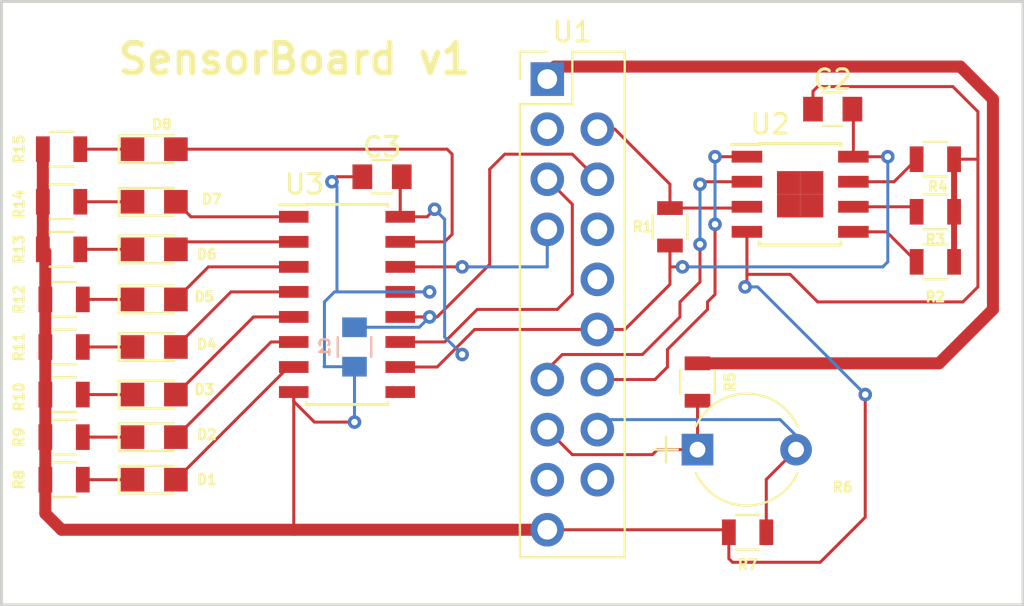
<source format=kicad_pcb>
(kicad_pcb (version 4) (host pcbnew 4.0.6)

  (general
    (links 56)
    (no_connects 0)
    (area 197.790999 106.985999 249.757001 137.743001)
    (thickness 1.6)
    (drawings 6)
    (tracks 187)
    (zones 0)
    (modules 29)
    (nets 37)
  )

  (page A4)
  (layers
    (0 F.Cu signal)
    (31 B.Cu signal)
    (32 B.Adhes user)
    (33 F.Adhes user)
    (34 B.Paste user)
    (35 F.Paste user)
    (36 B.SilkS user)
    (37 F.SilkS user)
    (38 B.Mask user)
    (39 F.Mask user)
    (40 Dwgs.User user)
    (41 Cmts.User user)
    (42 Eco1.User user)
    (43 Eco2.User user)
    (44 Edge.Cuts user)
    (45 Margin user)
    (46 B.CrtYd user)
    (47 F.CrtYd user)
    (48 B.Fab user)
    (49 F.Fab user hide)
  )

  (setup
    (last_trace_width 0.1524)
    (user_trace_width 0.3048)
    (user_trace_width 0.6096)
    (trace_clearance 0.1524)
    (zone_clearance 0.508)
    (zone_45_only no)
    (trace_min 0.1524)
    (segment_width 0.2)
    (edge_width 0.15)
    (via_size 0.6858)
    (via_drill 0.3302)
    (via_min_size 0.6858)
    (via_min_drill 0.3302)
    (uvia_size 0.3)
    (uvia_drill 0.1)
    (uvias_allowed no)
    (uvia_min_size 0.2)
    (uvia_min_drill 0.1)
    (pcb_text_width 0.3)
    (pcb_text_size 1.5 1.5)
    (mod_edge_width 0.15)
    (mod_text_size 1 1)
    (mod_text_width 0.15)
    (pad_size 5.99948 5.99948)
    (pad_drill 2.49936)
    (pad_to_mask_clearance 0.2)
    (aux_axis_origin 0 0)
    (visible_elements 7FFEFFFF)
    (pcbplotparams
      (layerselection 0x010f0_80000001)
      (usegerberextensions true)
      (excludeedgelayer false)
      (linewidth 0.100000)
      (plotframeref false)
      (viasonmask true)
      (mode 1)
      (useauxorigin false)
      (hpglpennumber 1)
      (hpglpenspeed 20)
      (hpglpendiameter 15)
      (hpglpenoverlay 2)
      (psnegative false)
      (psa4output false)
      (plotreference true)
      (plotvalue true)
      (plotinvisibletext false)
      (padsonsilk false)
      (subtractmaskfromsilk false)
      (outputformat 1)
      (mirror false)
      (drillshape 0)
      (scaleselection 1)
      (outputdirectory Gerbers/))
  )

  (net 0 "")
  (net 1 /latchPin)
  (net 2 GND)
  (net 3 /3.3V)
  (net 4 "Net-(D1-Pad2)")
  (net 5 "Net-(D1-Pad1)")
  (net 6 "Net-(D2-Pad2)")
  (net 7 "Net-(D2-Pad1)")
  (net 8 "Net-(D3-Pad2)")
  (net 9 "Net-(D3-Pad1)")
  (net 10 "Net-(D4-Pad2)")
  (net 11 "Net-(D4-Pad1)")
  (net 12 "Net-(D5-Pad2)")
  (net 13 "Net-(D5-Pad1)")
  (net 14 "Net-(D6-Pad2)")
  (net 15 "Net-(D6-Pad1)")
  (net 16 "Net-(D7-Pad2)")
  (net 17 "Net-(D7-Pad1)")
  (net 18 "Net-(D8-Pad2)")
  (net 19 "Net-(D8-Pad1)")
  (net 20 /O.S.)
  (net 21 "Net-(R2-Pad1)")
  (net 22 "Net-(R3-Pad1)")
  (net 23 "Net-(R4-Pad1)")
  (net 24 /5V)
  (net 25 /PR_TOP)
  (net 26 /PR_BOT)
  (net 27 "Net-(U1-Pad3)")
  (net 28 /clockPin)
  (net 29 /dataPin)
  (net 30 "Net-(U1-Pad8)")
  (net 31 "Net-(U1-Pad10)")
  (net 32 /SCL)
  (net 33 /SDA)
  (net 34 "Net-(U1-Pad17)")
  (net 35 "Net-(U1-Pad18)")
  (net 36 "Net-(U3-Pad9)")

  (net_class Default "This is the default net class."
    (clearance 0.1524)
    (trace_width 0.1524)
    (via_dia 0.6858)
    (via_drill 0.3302)
    (uvia_dia 0.3)
    (uvia_drill 0.1)
    (add_net /3.3V)
    (add_net /5V)
    (add_net /O.S.)
    (add_net /PR_BOT)
    (add_net /PR_TOP)
    (add_net /SCL)
    (add_net /SDA)
    (add_net /clockPin)
    (add_net /dataPin)
    (add_net /latchPin)
    (add_net GND)
    (add_net "Net-(D1-Pad1)")
    (add_net "Net-(D1-Pad2)")
    (add_net "Net-(D2-Pad1)")
    (add_net "Net-(D2-Pad2)")
    (add_net "Net-(D3-Pad1)")
    (add_net "Net-(D3-Pad2)")
    (add_net "Net-(D4-Pad1)")
    (add_net "Net-(D4-Pad2)")
    (add_net "Net-(D5-Pad1)")
    (add_net "Net-(D5-Pad2)")
    (add_net "Net-(D6-Pad1)")
    (add_net "Net-(D6-Pad2)")
    (add_net "Net-(D7-Pad1)")
    (add_net "Net-(D7-Pad2)")
    (add_net "Net-(D8-Pad1)")
    (add_net "Net-(D8-Pad2)")
    (add_net "Net-(R2-Pad1)")
    (add_net "Net-(R3-Pad1)")
    (add_net "Net-(R4-Pad1)")
    (add_net "Net-(U1-Pad10)")
    (add_net "Net-(U1-Pad17)")
    (add_net "Net-(U1-Pad18)")
    (add_net "Net-(U1-Pad3)")
    (add_net "Net-(U1-Pad8)")
    (add_net "Net-(U3-Pad9)")
  )

  (module Housings_SOIC:SOIC-16_3.9x9.9mm_Pitch1.27mm (layer F.Cu) (tedit 5A1CE03C) (tstamp 5A1B055D)
    (at 215.392 122.428)
    (descr "16-Lead Plastic Small Outline (SL) - Narrow, 3.90 mm Body [SOIC] (see Microchip Packaging Specification 00000049BS.pdf)")
    (tags "SOIC 1.27")
    (path /58B7BE66)
    (attr smd)
    (fp_text reference U3 (at -2.159 -6.096) (layer F.SilkS)
      (effects (font (size 1 1) (thickness 0.15)))
    )
    (fp_text value 74HC595-PWR (at 0 6) (layer F.Fab)
      (effects (font (size 1 1) (thickness 0.15)))
    )
    (fp_text user %R (at 0 0) (layer F.Fab)
      (effects (font (size 0.9 0.9) (thickness 0.135)))
    )
    (fp_line (start -0.95 -4.95) (end 1.95 -4.95) (layer F.Fab) (width 0.15))
    (fp_line (start 1.95 -4.95) (end 1.95 4.95) (layer F.Fab) (width 0.15))
    (fp_line (start 1.95 4.95) (end -1.95 4.95) (layer F.Fab) (width 0.15))
    (fp_line (start -1.95 4.95) (end -1.95 -3.95) (layer F.Fab) (width 0.15))
    (fp_line (start -1.95 -3.95) (end -0.95 -4.95) (layer F.Fab) (width 0.15))
    (fp_line (start -3.7 -5.25) (end -3.7 5.25) (layer F.CrtYd) (width 0.05))
    (fp_line (start 3.7 -5.25) (end 3.7 5.25) (layer F.CrtYd) (width 0.05))
    (fp_line (start -3.7 -5.25) (end 3.7 -5.25) (layer F.CrtYd) (width 0.05))
    (fp_line (start -3.7 5.25) (end 3.7 5.25) (layer F.CrtYd) (width 0.05))
    (fp_line (start -2.075 -5.075) (end -2.075 -5.05) (layer F.SilkS) (width 0.15))
    (fp_line (start 2.075 -5.075) (end 2.075 -4.97) (layer F.SilkS) (width 0.15))
    (fp_line (start 2.075 5.075) (end 2.075 4.97) (layer F.SilkS) (width 0.15))
    (fp_line (start -2.075 5.075) (end -2.075 4.97) (layer F.SilkS) (width 0.15))
    (fp_line (start -2.075 -5.075) (end 2.075 -5.075) (layer F.SilkS) (width 0.15))
    (fp_line (start -2.075 5.075) (end 2.075 5.075) (layer F.SilkS) (width 0.15))
    (fp_line (start -2.075 -5.05) (end -3.45 -5.05) (layer F.SilkS) (width 0.15))
    (pad 1 smd rect (at -2.7 -4.445) (size 1.5 0.6) (layers F.Cu F.Paste F.Mask)
      (net 16 "Net-(D7-Pad2)"))
    (pad 2 smd rect (at -2.7 -3.175) (size 1.5 0.6) (layers F.Cu F.Paste F.Mask)
      (net 14 "Net-(D6-Pad2)"))
    (pad 3 smd rect (at -2.7 -1.905) (size 1.5 0.6) (layers F.Cu F.Paste F.Mask)
      (net 12 "Net-(D5-Pad2)"))
    (pad 4 smd rect (at -2.7 -0.635) (size 1.5 0.6) (layers F.Cu F.Paste F.Mask)
      (net 10 "Net-(D4-Pad2)"))
    (pad 5 smd rect (at -2.7 0.635) (size 1.5 0.6) (layers F.Cu F.Paste F.Mask)
      (net 8 "Net-(D3-Pad2)"))
    (pad 6 smd rect (at -2.7 1.905) (size 1.5 0.6) (layers F.Cu F.Paste F.Mask)
      (net 6 "Net-(D2-Pad2)"))
    (pad 7 smd rect (at -2.7 3.175) (size 1.5 0.6) (layers F.Cu F.Paste F.Mask)
      (net 4 "Net-(D1-Pad2)"))
    (pad 8 smd rect (at -2.7 4.445) (size 1.5 0.6) (layers F.Cu F.Paste F.Mask)
      (net 2 GND))
    (pad 9 smd rect (at 2.7 4.445) (size 1.5 0.6) (layers F.Cu F.Paste F.Mask)
      (net 36 "Net-(U3-Pad9)"))
    (pad 10 smd rect (at 2.7 3.175) (size 1.5 0.6) (layers F.Cu F.Paste F.Mask)
      (net 3 /3.3V))
    (pad 11 smd rect (at 2.7 1.905) (size 1.5 0.6) (layers F.Cu F.Paste F.Mask)
      (net 28 /clockPin))
    (pad 12 smd rect (at 2.7 0.635) (size 1.5 0.6) (layers F.Cu F.Paste F.Mask)
      (net 1 /latchPin))
    (pad 13 smd rect (at 2.7 -0.635) (size 1.5 0.6) (layers F.Cu F.Paste F.Mask)
      (net 2 GND))
    (pad 14 smd rect (at 2.7 -1.905) (size 1.5 0.6) (layers F.Cu F.Paste F.Mask)
      (net 29 /dataPin))
    (pad 15 smd rect (at 2.7 -3.175) (size 1.5 0.6) (layers F.Cu F.Paste F.Mask)
      (net 18 "Net-(D8-Pad2)"))
    (pad 16 smd rect (at 2.7 -4.445) (size 1.5 0.6) (layers F.Cu F.Paste F.Mask)
      (net 3 /3.3V))
    (model ${KISYS3DMOD}/Housings_SOIC.3dshapes/SOIC-16_3.9x9.9mm_Pitch1.27mm.wrl
      (at (xyz 0 0 0))
      (scale (xyz 1 1 1))
      (rotate (xyz 0 0 0))
    )
  )

  (module Capacitors_SMD:C_0805 (layer B.Cu) (tedit 5A1CE1CA) (tstamp 5A1B0321)
    (at 215.773 124.587 270)
    (descr "Capacitor SMD 0805, reflow soldering, AVX (see smccp.pdf)")
    (tags "capacitor 0805")
    (path /58B8C597)
    (attr smd)
    (fp_text reference C1 (at 0 1.5 270) (layer B.SilkS)
      (effects (font (size 0.5 0.5) (thickness 0.125)) (justify mirror))
    )
    (fp_text value C (at 0 -1.75 270) (layer B.Fab)
      (effects (font (size 1 1) (thickness 0.15)) (justify mirror))
    )
    (fp_text user %R (at 0 1.5 270) (layer B.Fab)
      (effects (font (size 1 1) (thickness 0.15)) (justify mirror))
    )
    (fp_line (start -1 -0.62) (end -1 0.62) (layer B.Fab) (width 0.1))
    (fp_line (start 1 -0.62) (end -1 -0.62) (layer B.Fab) (width 0.1))
    (fp_line (start 1 0.62) (end 1 -0.62) (layer B.Fab) (width 0.1))
    (fp_line (start -1 0.62) (end 1 0.62) (layer B.Fab) (width 0.1))
    (fp_line (start 0.5 0.85) (end -0.5 0.85) (layer B.SilkS) (width 0.12))
    (fp_line (start -0.5 -0.85) (end 0.5 -0.85) (layer B.SilkS) (width 0.12))
    (fp_line (start -1.75 0.88) (end 1.75 0.88) (layer B.CrtYd) (width 0.05))
    (fp_line (start -1.75 0.88) (end -1.75 -0.87) (layer B.CrtYd) (width 0.05))
    (fp_line (start 1.75 -0.87) (end 1.75 0.88) (layer B.CrtYd) (width 0.05))
    (fp_line (start 1.75 -0.87) (end -1.75 -0.87) (layer B.CrtYd) (width 0.05))
    (pad 1 smd rect (at -1 0 270) (size 1 1.25) (layers B.Cu B.Paste B.Mask)
      (net 1 /latchPin))
    (pad 2 smd rect (at 1 0 270) (size 1 1.25) (layers B.Cu B.Paste B.Mask)
      (net 2 GND))
    (model Capacitors_SMD.3dshapes/C_0805.wrl
      (at (xyz 0 0 0))
      (scale (xyz 1 1 1))
      (rotate (xyz 0 0 0))
    )
  )

  (module Capacitors_SMD:C_0805 (layer F.Cu) (tedit 58AA8463) (tstamp 5A1B0332)
    (at 240.03 112.522)
    (descr "Capacitor SMD 0805, reflow soldering, AVX (see smccp.pdf)")
    (tags "capacitor 0805")
    (path /58B8ECE1)
    (attr smd)
    (fp_text reference C2 (at 0 -1.5) (layer F.SilkS)
      (effects (font (size 1 1) (thickness 0.15)))
    )
    (fp_text value C (at 0 1.75) (layer F.Fab)
      (effects (font (size 1 1) (thickness 0.15)))
    )
    (fp_text user %R (at 0 -1.5) (layer F.Fab)
      (effects (font (size 1 1) (thickness 0.15)))
    )
    (fp_line (start -1 0.62) (end -1 -0.62) (layer F.Fab) (width 0.1))
    (fp_line (start 1 0.62) (end -1 0.62) (layer F.Fab) (width 0.1))
    (fp_line (start 1 -0.62) (end 1 0.62) (layer F.Fab) (width 0.1))
    (fp_line (start -1 -0.62) (end 1 -0.62) (layer F.Fab) (width 0.1))
    (fp_line (start 0.5 -0.85) (end -0.5 -0.85) (layer F.SilkS) (width 0.12))
    (fp_line (start -0.5 0.85) (end 0.5 0.85) (layer F.SilkS) (width 0.12))
    (fp_line (start -1.75 -0.88) (end 1.75 -0.88) (layer F.CrtYd) (width 0.05))
    (fp_line (start -1.75 -0.88) (end -1.75 0.87) (layer F.CrtYd) (width 0.05))
    (fp_line (start 1.75 0.87) (end 1.75 -0.88) (layer F.CrtYd) (width 0.05))
    (fp_line (start 1.75 0.87) (end -1.75 0.87) (layer F.CrtYd) (width 0.05))
    (pad 1 smd rect (at -1 0) (size 1 1.25) (layers F.Cu F.Paste F.Mask)
      (net 2 GND))
    (pad 2 smd rect (at 1 0) (size 1 1.25) (layers F.Cu F.Paste F.Mask)
      (net 3 /3.3V))
    (model Capacitors_SMD.3dshapes/C_0805.wrl
      (at (xyz 0 0 0))
      (scale (xyz 1 1 1))
      (rotate (xyz 0 0 0))
    )
  )

  (module Capacitors_SMD:C_0805 (layer F.Cu) (tedit 58AA8463) (tstamp 5A1B0343)
    (at 217.17 115.951)
    (descr "Capacitor SMD 0805, reflow soldering, AVX (see smccp.pdf)")
    (tags "capacitor 0805")
    (path /58B8CB89)
    (attr smd)
    (fp_text reference C3 (at 0 -1.5) (layer F.SilkS)
      (effects (font (size 1 1) (thickness 0.15)))
    )
    (fp_text value C (at 0 1.75) (layer F.Fab)
      (effects (font (size 1 1) (thickness 0.15)))
    )
    (fp_text user %R (at 0 -1.5) (layer F.Fab)
      (effects (font (size 1 1) (thickness 0.15)))
    )
    (fp_line (start -1 0.62) (end -1 -0.62) (layer F.Fab) (width 0.1))
    (fp_line (start 1 0.62) (end -1 0.62) (layer F.Fab) (width 0.1))
    (fp_line (start 1 -0.62) (end 1 0.62) (layer F.Fab) (width 0.1))
    (fp_line (start -1 -0.62) (end 1 -0.62) (layer F.Fab) (width 0.1))
    (fp_line (start 0.5 -0.85) (end -0.5 -0.85) (layer F.SilkS) (width 0.12))
    (fp_line (start -0.5 0.85) (end 0.5 0.85) (layer F.SilkS) (width 0.12))
    (fp_line (start -1.75 -0.88) (end 1.75 -0.88) (layer F.CrtYd) (width 0.05))
    (fp_line (start -1.75 -0.88) (end -1.75 0.87) (layer F.CrtYd) (width 0.05))
    (fp_line (start 1.75 0.87) (end 1.75 -0.88) (layer F.CrtYd) (width 0.05))
    (fp_line (start 1.75 0.87) (end -1.75 0.87) (layer F.CrtYd) (width 0.05))
    (pad 1 smd rect (at -1 0) (size 1 1.25) (layers F.Cu F.Paste F.Mask)
      (net 2 GND))
    (pad 2 smd rect (at 1 0) (size 1 1.25) (layers F.Cu F.Paste F.Mask)
      (net 3 /3.3V))
    (model Capacitors_SMD.3dshapes/C_0805.wrl
      (at (xyz 0 0 0))
      (scale (xyz 1 1 1))
      (rotate (xyz 0 0 0))
    )
  )

  (module LEDs:LED_0805 (layer F.Cu) (tedit 5A1CE9BC) (tstamp 5A1B0359)
    (at 205.613 131.318)
    (descr "LED 0805 smd package")
    (tags "LED led 0805 SMD smd SMT smt smdled SMDLED smtled SMTLED")
    (path /58ADDE28)
    (attr smd)
    (fp_text reference D1 (at 2.667 0) (layer F.SilkS)
      (effects (font (size 0.5 0.5) (thickness 0.125)))
    )
    (fp_text value LED (at 0 1.55) (layer F.Fab)
      (effects (font (size 1 1) (thickness 0.15)))
    )
    (fp_line (start -1.8 -0.7) (end -1.8 0.7) (layer F.SilkS) (width 0.12))
    (fp_line (start -0.4 -0.4) (end -0.4 0.4) (layer F.Fab) (width 0.1))
    (fp_line (start -0.4 0) (end 0.2 -0.4) (layer F.Fab) (width 0.1))
    (fp_line (start 0.2 0.4) (end -0.4 0) (layer F.Fab) (width 0.1))
    (fp_line (start 0.2 -0.4) (end 0.2 0.4) (layer F.Fab) (width 0.1))
    (fp_line (start 1 0.6) (end -1 0.6) (layer F.Fab) (width 0.1))
    (fp_line (start 1 -0.6) (end 1 0.6) (layer F.Fab) (width 0.1))
    (fp_line (start -1 -0.6) (end 1 -0.6) (layer F.Fab) (width 0.1))
    (fp_line (start -1 0.6) (end -1 -0.6) (layer F.Fab) (width 0.1))
    (fp_line (start -1.8 0.7) (end 1 0.7) (layer F.SilkS) (width 0.12))
    (fp_line (start -1.8 -0.7) (end 1 -0.7) (layer F.SilkS) (width 0.12))
    (fp_line (start 1.95 -0.85) (end 1.95 0.85) (layer F.CrtYd) (width 0.05))
    (fp_line (start 1.95 0.85) (end -1.95 0.85) (layer F.CrtYd) (width 0.05))
    (fp_line (start -1.95 0.85) (end -1.95 -0.85) (layer F.CrtYd) (width 0.05))
    (fp_line (start -1.95 -0.85) (end 1.95 -0.85) (layer F.CrtYd) (width 0.05))
    (fp_text user %R (at 0 -1.25) (layer F.Fab)
      (effects (font (size 0.4 0.4) (thickness 0.1)))
    )
    (pad 2 smd rect (at 1.1 0 180) (size 1.2 1.2) (layers F.Cu F.Paste F.Mask)
      (net 4 "Net-(D1-Pad2)"))
    (pad 1 smd rect (at -1.1 0 180) (size 1.2 1.2) (layers F.Cu F.Paste F.Mask)
      (net 5 "Net-(D1-Pad1)"))
    (model ${KISYS3DMOD}/LEDs.3dshapes/LED_0805.wrl
      (at (xyz 0 0 0))
      (scale (xyz 1 1 1))
      (rotate (xyz 0 0 180))
    )
  )

  (module LEDs:LED_0805 (layer F.Cu) (tedit 5A1CE9B9) (tstamp 5A1B036F)
    (at 205.613 129.159)
    (descr "LED 0805 smd package")
    (tags "LED led 0805 SMD smd SMT smt smdled SMDLED smtled SMTLED")
    (path /58ADDE1A)
    (attr smd)
    (fp_text reference D2 (at 2.667 -0.127) (layer F.SilkS)
      (effects (font (size 0.5 0.5) (thickness 0.125)))
    )
    (fp_text value LED (at 0 1.55) (layer F.Fab)
      (effects (font (size 1 1) (thickness 0.15)))
    )
    (fp_line (start -1.8 -0.7) (end -1.8 0.7) (layer F.SilkS) (width 0.12))
    (fp_line (start -0.4 -0.4) (end -0.4 0.4) (layer F.Fab) (width 0.1))
    (fp_line (start -0.4 0) (end 0.2 -0.4) (layer F.Fab) (width 0.1))
    (fp_line (start 0.2 0.4) (end -0.4 0) (layer F.Fab) (width 0.1))
    (fp_line (start 0.2 -0.4) (end 0.2 0.4) (layer F.Fab) (width 0.1))
    (fp_line (start 1 0.6) (end -1 0.6) (layer F.Fab) (width 0.1))
    (fp_line (start 1 -0.6) (end 1 0.6) (layer F.Fab) (width 0.1))
    (fp_line (start -1 -0.6) (end 1 -0.6) (layer F.Fab) (width 0.1))
    (fp_line (start -1 0.6) (end -1 -0.6) (layer F.Fab) (width 0.1))
    (fp_line (start -1.8 0.7) (end 1 0.7) (layer F.SilkS) (width 0.12))
    (fp_line (start -1.8 -0.7) (end 1 -0.7) (layer F.SilkS) (width 0.12))
    (fp_line (start 1.95 -0.85) (end 1.95 0.85) (layer F.CrtYd) (width 0.05))
    (fp_line (start 1.95 0.85) (end -1.95 0.85) (layer F.CrtYd) (width 0.05))
    (fp_line (start -1.95 0.85) (end -1.95 -0.85) (layer F.CrtYd) (width 0.05))
    (fp_line (start -1.95 -0.85) (end 1.95 -0.85) (layer F.CrtYd) (width 0.05))
    (fp_text user %R (at 0 -1.25) (layer F.Fab)
      (effects (font (size 0.4 0.4) (thickness 0.1)))
    )
    (pad 2 smd rect (at 1.1 0 180) (size 1.2 1.2) (layers F.Cu F.Paste F.Mask)
      (net 6 "Net-(D2-Pad2)"))
    (pad 1 smd rect (at -1.1 0 180) (size 1.2 1.2) (layers F.Cu F.Paste F.Mask)
      (net 7 "Net-(D2-Pad1)"))
    (model ${KISYS3DMOD}/LEDs.3dshapes/LED_0805.wrl
      (at (xyz 0 0 0))
      (scale (xyz 1 1 1))
      (rotate (xyz 0 0 180))
    )
  )

  (module LEDs:LED_0805 (layer F.Cu) (tedit 5A1CE9CD) (tstamp 5A1B0385)
    (at 205.613 127)
    (descr "LED 0805 smd package")
    (tags "LED led 0805 SMD smd SMT smt smdled SMDLED smtled SMTLED")
    (path /58ADDE0C)
    (attr smd)
    (fp_text reference D3 (at 2.54 -0.254) (layer F.SilkS)
      (effects (font (size 0.5 0.5) (thickness 0.125)))
    )
    (fp_text value LED (at 0 1.55) (layer F.Fab)
      (effects (font (size 1 1) (thickness 0.15)))
    )
    (fp_line (start -1.8 -0.7) (end -1.8 0.7) (layer F.SilkS) (width 0.12))
    (fp_line (start -0.4 -0.4) (end -0.4 0.4) (layer F.Fab) (width 0.1))
    (fp_line (start -0.4 0) (end 0.2 -0.4) (layer F.Fab) (width 0.1))
    (fp_line (start 0.2 0.4) (end -0.4 0) (layer F.Fab) (width 0.1))
    (fp_line (start 0.2 -0.4) (end 0.2 0.4) (layer F.Fab) (width 0.1))
    (fp_line (start 1 0.6) (end -1 0.6) (layer F.Fab) (width 0.1))
    (fp_line (start 1 -0.6) (end 1 0.6) (layer F.Fab) (width 0.1))
    (fp_line (start -1 -0.6) (end 1 -0.6) (layer F.Fab) (width 0.1))
    (fp_line (start -1 0.6) (end -1 -0.6) (layer F.Fab) (width 0.1))
    (fp_line (start -1.8 0.7) (end 1 0.7) (layer F.SilkS) (width 0.12))
    (fp_line (start -1.8 -0.7) (end 1 -0.7) (layer F.SilkS) (width 0.12))
    (fp_line (start 1.95 -0.85) (end 1.95 0.85) (layer F.CrtYd) (width 0.05))
    (fp_line (start 1.95 0.85) (end -1.95 0.85) (layer F.CrtYd) (width 0.05))
    (fp_line (start -1.95 0.85) (end -1.95 -0.85) (layer F.CrtYd) (width 0.05))
    (fp_line (start -1.95 -0.85) (end 1.95 -0.85) (layer F.CrtYd) (width 0.05))
    (fp_text user %R (at 0 -1.25) (layer F.Fab)
      (effects (font (size 0.4 0.4) (thickness 0.1)))
    )
    (pad 2 smd rect (at 1.1 0 180) (size 1.2 1.2) (layers F.Cu F.Paste F.Mask)
      (net 8 "Net-(D3-Pad2)"))
    (pad 1 smd rect (at -1.1 0 180) (size 1.2 1.2) (layers F.Cu F.Paste F.Mask)
      (net 9 "Net-(D3-Pad1)"))
    (model ${KISYS3DMOD}/LEDs.3dshapes/LED_0805.wrl
      (at (xyz 0 0 0))
      (scale (xyz 1 1 1))
      (rotate (xyz 0 0 180))
    )
  )

  (module LEDs:LED_0805 (layer F.Cu) (tedit 5A1CE9DA) (tstamp 5A1B039B)
    (at 205.613 124.587)
    (descr "LED 0805 smd package")
    (tags "LED led 0805 SMD smd SMT smt smdled SMDLED smtled SMTLED")
    (path /58ADDDFE)
    (attr smd)
    (fp_text reference D4 (at 2.667 -0.127) (layer F.SilkS)
      (effects (font (size 0.5 0.5) (thickness 0.125)))
    )
    (fp_text value LED (at 0 1.55) (layer F.Fab)
      (effects (font (size 1 1) (thickness 0.15)))
    )
    (fp_line (start -1.8 -0.7) (end -1.8 0.7) (layer F.SilkS) (width 0.12))
    (fp_line (start -0.4 -0.4) (end -0.4 0.4) (layer F.Fab) (width 0.1))
    (fp_line (start -0.4 0) (end 0.2 -0.4) (layer F.Fab) (width 0.1))
    (fp_line (start 0.2 0.4) (end -0.4 0) (layer F.Fab) (width 0.1))
    (fp_line (start 0.2 -0.4) (end 0.2 0.4) (layer F.Fab) (width 0.1))
    (fp_line (start 1 0.6) (end -1 0.6) (layer F.Fab) (width 0.1))
    (fp_line (start 1 -0.6) (end 1 0.6) (layer F.Fab) (width 0.1))
    (fp_line (start -1 -0.6) (end 1 -0.6) (layer F.Fab) (width 0.1))
    (fp_line (start -1 0.6) (end -1 -0.6) (layer F.Fab) (width 0.1))
    (fp_line (start -1.8 0.7) (end 1 0.7) (layer F.SilkS) (width 0.12))
    (fp_line (start -1.8 -0.7) (end 1 -0.7) (layer F.SilkS) (width 0.12))
    (fp_line (start 1.95 -0.85) (end 1.95 0.85) (layer F.CrtYd) (width 0.05))
    (fp_line (start 1.95 0.85) (end -1.95 0.85) (layer F.CrtYd) (width 0.05))
    (fp_line (start -1.95 0.85) (end -1.95 -0.85) (layer F.CrtYd) (width 0.05))
    (fp_line (start -1.95 -0.85) (end 1.95 -0.85) (layer F.CrtYd) (width 0.05))
    (fp_text user %R (at 0 -1.25) (layer F.Fab)
      (effects (font (size 0.4 0.4) (thickness 0.1)))
    )
    (pad 2 smd rect (at 1.1 0 180) (size 1.2 1.2) (layers F.Cu F.Paste F.Mask)
      (net 10 "Net-(D4-Pad2)"))
    (pad 1 smd rect (at -1.1 0 180) (size 1.2 1.2) (layers F.Cu F.Paste F.Mask)
      (net 11 "Net-(D4-Pad1)"))
    (model ${KISYS3DMOD}/LEDs.3dshapes/LED_0805.wrl
      (at (xyz 0 0 0))
      (scale (xyz 1 1 1))
      (rotate (xyz 0 0 180))
    )
  )

  (module LEDs:LED_0805 (layer F.Cu) (tedit 5A1CE9E6) (tstamp 5A1B03B1)
    (at 205.613 122.174)
    (descr "LED 0805 smd package")
    (tags "LED led 0805 SMD smd SMT smt smdled SMDLED smtled SMTLED")
    (path /58ADD846)
    (attr smd)
    (fp_text reference D5 (at 2.54 -0.127) (layer F.SilkS)
      (effects (font (size 0.5 0.5) (thickness 0.125)))
    )
    (fp_text value LED (at 0 1.55) (layer F.Fab)
      (effects (font (size 1 1) (thickness 0.15)))
    )
    (fp_line (start -1.8 -0.7) (end -1.8 0.7) (layer F.SilkS) (width 0.12))
    (fp_line (start -0.4 -0.4) (end -0.4 0.4) (layer F.Fab) (width 0.1))
    (fp_line (start -0.4 0) (end 0.2 -0.4) (layer F.Fab) (width 0.1))
    (fp_line (start 0.2 0.4) (end -0.4 0) (layer F.Fab) (width 0.1))
    (fp_line (start 0.2 -0.4) (end 0.2 0.4) (layer F.Fab) (width 0.1))
    (fp_line (start 1 0.6) (end -1 0.6) (layer F.Fab) (width 0.1))
    (fp_line (start 1 -0.6) (end 1 0.6) (layer F.Fab) (width 0.1))
    (fp_line (start -1 -0.6) (end 1 -0.6) (layer F.Fab) (width 0.1))
    (fp_line (start -1 0.6) (end -1 -0.6) (layer F.Fab) (width 0.1))
    (fp_line (start -1.8 0.7) (end 1 0.7) (layer F.SilkS) (width 0.12))
    (fp_line (start -1.8 -0.7) (end 1 -0.7) (layer F.SilkS) (width 0.12))
    (fp_line (start 1.95 -0.85) (end 1.95 0.85) (layer F.CrtYd) (width 0.05))
    (fp_line (start 1.95 0.85) (end -1.95 0.85) (layer F.CrtYd) (width 0.05))
    (fp_line (start -1.95 0.85) (end -1.95 -0.85) (layer F.CrtYd) (width 0.05))
    (fp_line (start -1.95 -0.85) (end 1.95 -0.85) (layer F.CrtYd) (width 0.05))
    (fp_text user %R (at 0 -1.25) (layer F.Fab)
      (effects (font (size 0.4 0.4) (thickness 0.1)))
    )
    (pad 2 smd rect (at 1.1 0 180) (size 1.2 1.2) (layers F.Cu F.Paste F.Mask)
      (net 12 "Net-(D5-Pad2)"))
    (pad 1 smd rect (at -1.1 0 180) (size 1.2 1.2) (layers F.Cu F.Paste F.Mask)
      (net 13 "Net-(D5-Pad1)"))
    (model ${KISYS3DMOD}/LEDs.3dshapes/LED_0805.wrl
      (at (xyz 0 0 0))
      (scale (xyz 1 1 1))
      (rotate (xyz 0 0 180))
    )
  )

  (module LEDs:LED_0805 (layer F.Cu) (tedit 5A1CE9F2) (tstamp 5A1B03C7)
    (at 205.613 119.634)
    (descr "LED 0805 smd package")
    (tags "LED led 0805 SMD smd SMT smt smdled SMDLED smtled SMTLED")
    (path /58ADD838)
    (attr smd)
    (fp_text reference D6 (at 2.667 0.254) (layer F.SilkS)
      (effects (font (size 0.5 0.5) (thickness 0.125)))
    )
    (fp_text value LED (at 0 1.55) (layer F.Fab)
      (effects (font (size 1 1) (thickness 0.15)))
    )
    (fp_line (start -1.8 -0.7) (end -1.8 0.7) (layer F.SilkS) (width 0.12))
    (fp_line (start -0.4 -0.4) (end -0.4 0.4) (layer F.Fab) (width 0.1))
    (fp_line (start -0.4 0) (end 0.2 -0.4) (layer F.Fab) (width 0.1))
    (fp_line (start 0.2 0.4) (end -0.4 0) (layer F.Fab) (width 0.1))
    (fp_line (start 0.2 -0.4) (end 0.2 0.4) (layer F.Fab) (width 0.1))
    (fp_line (start 1 0.6) (end -1 0.6) (layer F.Fab) (width 0.1))
    (fp_line (start 1 -0.6) (end 1 0.6) (layer F.Fab) (width 0.1))
    (fp_line (start -1 -0.6) (end 1 -0.6) (layer F.Fab) (width 0.1))
    (fp_line (start -1 0.6) (end -1 -0.6) (layer F.Fab) (width 0.1))
    (fp_line (start -1.8 0.7) (end 1 0.7) (layer F.SilkS) (width 0.12))
    (fp_line (start -1.8 -0.7) (end 1 -0.7) (layer F.SilkS) (width 0.12))
    (fp_line (start 1.95 -0.85) (end 1.95 0.85) (layer F.CrtYd) (width 0.05))
    (fp_line (start 1.95 0.85) (end -1.95 0.85) (layer F.CrtYd) (width 0.05))
    (fp_line (start -1.95 0.85) (end -1.95 -0.85) (layer F.CrtYd) (width 0.05))
    (fp_line (start -1.95 -0.85) (end 1.95 -0.85) (layer F.CrtYd) (width 0.05))
    (fp_text user %R (at 0 -1.25) (layer F.Fab)
      (effects (font (size 0.4 0.4) (thickness 0.1)))
    )
    (pad 2 smd rect (at 1.1 0 180) (size 1.2 1.2) (layers F.Cu F.Paste F.Mask)
      (net 14 "Net-(D6-Pad2)"))
    (pad 1 smd rect (at -1.1 0 180) (size 1.2 1.2) (layers F.Cu F.Paste F.Mask)
      (net 15 "Net-(D6-Pad1)"))
    (model ${KISYS3DMOD}/LEDs.3dshapes/LED_0805.wrl
      (at (xyz 0 0 0))
      (scale (xyz 1 1 1))
      (rotate (xyz 0 0 180))
    )
  )

  (module LEDs:LED_0805 (layer F.Cu) (tedit 5A1CE9FB) (tstamp 5A1B03DD)
    (at 205.613 117.221)
    (descr "LED 0805 smd package")
    (tags "LED led 0805 SMD smd SMT smt smdled SMDLED smtled SMTLED")
    (path /58ADD770)
    (attr smd)
    (fp_text reference D7 (at 2.921 -0.127) (layer F.SilkS)
      (effects (font (size 0.5 0.5) (thickness 0.125)))
    )
    (fp_text value LED (at 0 1.55) (layer F.Fab)
      (effects (font (size 1 1) (thickness 0.15)))
    )
    (fp_line (start -1.8 -0.7) (end -1.8 0.7) (layer F.SilkS) (width 0.12))
    (fp_line (start -0.4 -0.4) (end -0.4 0.4) (layer F.Fab) (width 0.1))
    (fp_line (start -0.4 0) (end 0.2 -0.4) (layer F.Fab) (width 0.1))
    (fp_line (start 0.2 0.4) (end -0.4 0) (layer F.Fab) (width 0.1))
    (fp_line (start 0.2 -0.4) (end 0.2 0.4) (layer F.Fab) (width 0.1))
    (fp_line (start 1 0.6) (end -1 0.6) (layer F.Fab) (width 0.1))
    (fp_line (start 1 -0.6) (end 1 0.6) (layer F.Fab) (width 0.1))
    (fp_line (start -1 -0.6) (end 1 -0.6) (layer F.Fab) (width 0.1))
    (fp_line (start -1 0.6) (end -1 -0.6) (layer F.Fab) (width 0.1))
    (fp_line (start -1.8 0.7) (end 1 0.7) (layer F.SilkS) (width 0.12))
    (fp_line (start -1.8 -0.7) (end 1 -0.7) (layer F.SilkS) (width 0.12))
    (fp_line (start 1.95 -0.85) (end 1.95 0.85) (layer F.CrtYd) (width 0.05))
    (fp_line (start 1.95 0.85) (end -1.95 0.85) (layer F.CrtYd) (width 0.05))
    (fp_line (start -1.95 0.85) (end -1.95 -0.85) (layer F.CrtYd) (width 0.05))
    (fp_line (start -1.95 -0.85) (end 1.95 -0.85) (layer F.CrtYd) (width 0.05))
    (fp_text user %R (at 0 -1.25) (layer F.Fab)
      (effects (font (size 0.4 0.4) (thickness 0.1)))
    )
    (pad 2 smd rect (at 1.1 0 180) (size 1.2 1.2) (layers F.Cu F.Paste F.Mask)
      (net 16 "Net-(D7-Pad2)"))
    (pad 1 smd rect (at -1.1 0 180) (size 1.2 1.2) (layers F.Cu F.Paste F.Mask)
      (net 17 "Net-(D7-Pad1)"))
    (model ${KISYS3DMOD}/LEDs.3dshapes/LED_0805.wrl
      (at (xyz 0 0 0))
      (scale (xyz 1 1 1))
      (rotate (xyz 0 0 180))
    )
  )

  (module LEDs:LED_0805 (layer F.Cu) (tedit 5A1CEA0D) (tstamp 5A1B03F3)
    (at 205.613 114.554)
    (descr "LED 0805 smd package")
    (tags "LED led 0805 SMD smd SMT smt smdled SMDLED smtled SMTLED")
    (path /58ADCCDD)
    (attr smd)
    (fp_text reference D8 (at 0.381 -1.27) (layer F.SilkS)
      (effects (font (size 0.5 0.5) (thickness 0.125)))
    )
    (fp_text value LED (at 0 1.55) (layer F.Fab)
      (effects (font (size 1 1) (thickness 0.15)))
    )
    (fp_line (start -1.8 -0.7) (end -1.8 0.7) (layer F.SilkS) (width 0.12))
    (fp_line (start -0.4 -0.4) (end -0.4 0.4) (layer F.Fab) (width 0.1))
    (fp_line (start -0.4 0) (end 0.2 -0.4) (layer F.Fab) (width 0.1))
    (fp_line (start 0.2 0.4) (end -0.4 0) (layer F.Fab) (width 0.1))
    (fp_line (start 0.2 -0.4) (end 0.2 0.4) (layer F.Fab) (width 0.1))
    (fp_line (start 1 0.6) (end -1 0.6) (layer F.Fab) (width 0.1))
    (fp_line (start 1 -0.6) (end 1 0.6) (layer F.Fab) (width 0.1))
    (fp_line (start -1 -0.6) (end 1 -0.6) (layer F.Fab) (width 0.1))
    (fp_line (start -1 0.6) (end -1 -0.6) (layer F.Fab) (width 0.1))
    (fp_line (start -1.8 0.7) (end 1 0.7) (layer F.SilkS) (width 0.12))
    (fp_line (start -1.8 -0.7) (end 1 -0.7) (layer F.SilkS) (width 0.12))
    (fp_line (start 1.95 -0.85) (end 1.95 0.85) (layer F.CrtYd) (width 0.05))
    (fp_line (start 1.95 0.85) (end -1.95 0.85) (layer F.CrtYd) (width 0.05))
    (fp_line (start -1.95 0.85) (end -1.95 -0.85) (layer F.CrtYd) (width 0.05))
    (fp_line (start -1.95 -0.85) (end 1.95 -0.85) (layer F.CrtYd) (width 0.05))
    (fp_text user %R (at 0 -1.25) (layer F.Fab)
      (effects (font (size 0.4 0.4) (thickness 0.1)))
    )
    (pad 2 smd rect (at 1.1 0 180) (size 1.2 1.2) (layers F.Cu F.Paste F.Mask)
      (net 18 "Net-(D8-Pad2)"))
    (pad 1 smd rect (at -1.1 0 180) (size 1.2 1.2) (layers F.Cu F.Paste F.Mask)
      (net 19 "Net-(D8-Pad1)"))
    (model ${KISYS3DMOD}/LEDs.3dshapes/LED_0805.wrl
      (at (xyz 0 0 0))
      (scale (xyz 1 1 1))
      (rotate (xyz 0 0 180))
    )
  )

  (module Resistors_SMD:R_0805 (layer F.Cu) (tedit 5A1CE1A1) (tstamp 5A1B0404)
    (at 231.775 118.491 90)
    (descr "Resistor SMD 0805, reflow soldering, Vishay (see dcrcw.pdf)")
    (tags "resistor 0805")
    (path /58AFA0D7)
    (attr smd)
    (fp_text reference R1 (at 0 -1.397 180) (layer F.SilkS)
      (effects (font (size 0.5 0.5) (thickness 0.125)))
    )
    (fp_text value R (at 0 1.75 90) (layer F.Fab)
      (effects (font (size 1 1) (thickness 0.15)))
    )
    (fp_text user %R (at 0 0 90) (layer F.Fab)
      (effects (font (size 0.5 0.5) (thickness 0.075)))
    )
    (fp_line (start -1 0.62) (end -1 -0.62) (layer F.Fab) (width 0.1))
    (fp_line (start 1 0.62) (end -1 0.62) (layer F.Fab) (width 0.1))
    (fp_line (start 1 -0.62) (end 1 0.62) (layer F.Fab) (width 0.1))
    (fp_line (start -1 -0.62) (end 1 -0.62) (layer F.Fab) (width 0.1))
    (fp_line (start 0.6 0.88) (end -0.6 0.88) (layer F.SilkS) (width 0.12))
    (fp_line (start -0.6 -0.88) (end 0.6 -0.88) (layer F.SilkS) (width 0.12))
    (fp_line (start -1.55 -0.9) (end 1.55 -0.9) (layer F.CrtYd) (width 0.05))
    (fp_line (start -1.55 -0.9) (end -1.55 0.9) (layer F.CrtYd) (width 0.05))
    (fp_line (start 1.55 0.9) (end 1.55 -0.9) (layer F.CrtYd) (width 0.05))
    (fp_line (start 1.55 0.9) (end -1.55 0.9) (layer F.CrtYd) (width 0.05))
    (pad 1 smd rect (at -0.95 0 90) (size 0.7 1.3) (layers F.Cu F.Paste F.Mask)
      (net 3 /3.3V))
    (pad 2 smd rect (at 0.95 0 90) (size 0.7 1.3) (layers F.Cu F.Paste F.Mask)
      (net 20 /O.S.))
    (model ${KISYS3DMOD}/Resistors_SMD.3dshapes/R_0805.wrl
      (at (xyz 0 0 0))
      (scale (xyz 1 1 1))
      (rotate (xyz 0 0 0))
    )
  )

  (module Resistors_SMD:R_0805 (layer F.Cu) (tedit 5A1CE0C2) (tstamp 5A1B0415)
    (at 245.237 120.269)
    (descr "Resistor SMD 0805, reflow soldering, Vishay (see dcrcw.pdf)")
    (tags "resistor 0805")
    (path /58AF710B)
    (attr smd)
    (fp_text reference R2 (at 0 1.778) (layer F.SilkS)
      (effects (font (size 0.5 0.5) (thickness 0.125)))
    )
    (fp_text value R (at 0 1.75) (layer F.Fab)
      (effects (font (size 1 1) (thickness 0.15)))
    )
    (fp_text user %R (at 0 0) (layer F.Fab)
      (effects (font (size 0.5 0.5) (thickness 0.075)))
    )
    (fp_line (start -1 0.62) (end -1 -0.62) (layer F.Fab) (width 0.1))
    (fp_line (start 1 0.62) (end -1 0.62) (layer F.Fab) (width 0.1))
    (fp_line (start 1 -0.62) (end 1 0.62) (layer F.Fab) (width 0.1))
    (fp_line (start -1 -0.62) (end 1 -0.62) (layer F.Fab) (width 0.1))
    (fp_line (start 0.6 0.88) (end -0.6 0.88) (layer F.SilkS) (width 0.12))
    (fp_line (start -0.6 -0.88) (end 0.6 -0.88) (layer F.SilkS) (width 0.12))
    (fp_line (start -1.55 -0.9) (end 1.55 -0.9) (layer F.CrtYd) (width 0.05))
    (fp_line (start -1.55 -0.9) (end -1.55 0.9) (layer F.CrtYd) (width 0.05))
    (fp_line (start 1.55 0.9) (end 1.55 -0.9) (layer F.CrtYd) (width 0.05))
    (fp_line (start 1.55 0.9) (end -1.55 0.9) (layer F.CrtYd) (width 0.05))
    (pad 1 smd rect (at -0.95 0) (size 0.7 1.3) (layers F.Cu F.Paste F.Mask)
      (net 21 "Net-(R2-Pad1)"))
    (pad 2 smd rect (at 0.95 0) (size 0.7 1.3) (layers F.Cu F.Paste F.Mask)
      (net 2 GND))
    (model ${KISYS3DMOD}/Resistors_SMD.3dshapes/R_0805.wrl
      (at (xyz 0 0 0))
      (scale (xyz 1 1 1))
      (rotate (xyz 0 0 0))
    )
  )

  (module Resistors_SMD:R_0805 (layer F.Cu) (tedit 5A1CE0D5) (tstamp 5A1B0426)
    (at 245.237 117.729)
    (descr "Resistor SMD 0805, reflow soldering, Vishay (see dcrcw.pdf)")
    (tags "resistor 0805")
    (path /58AF70A8)
    (attr smd)
    (fp_text reference R3 (at 0 1.397) (layer F.SilkS)
      (effects (font (size 0.5 0.5) (thickness 0.125)))
    )
    (fp_text value R (at 0 1.75) (layer F.Fab)
      (effects (font (size 1 1) (thickness 0.15)))
    )
    (fp_text user %R (at 0 0) (layer F.Fab)
      (effects (font (size 0.5 0.5) (thickness 0.075)))
    )
    (fp_line (start -1 0.62) (end -1 -0.62) (layer F.Fab) (width 0.1))
    (fp_line (start 1 0.62) (end -1 0.62) (layer F.Fab) (width 0.1))
    (fp_line (start 1 -0.62) (end 1 0.62) (layer F.Fab) (width 0.1))
    (fp_line (start -1 -0.62) (end 1 -0.62) (layer F.Fab) (width 0.1))
    (fp_line (start 0.6 0.88) (end -0.6 0.88) (layer F.SilkS) (width 0.12))
    (fp_line (start -0.6 -0.88) (end 0.6 -0.88) (layer F.SilkS) (width 0.12))
    (fp_line (start -1.55 -0.9) (end 1.55 -0.9) (layer F.CrtYd) (width 0.05))
    (fp_line (start -1.55 -0.9) (end -1.55 0.9) (layer F.CrtYd) (width 0.05))
    (fp_line (start 1.55 0.9) (end 1.55 -0.9) (layer F.CrtYd) (width 0.05))
    (fp_line (start 1.55 0.9) (end -1.55 0.9) (layer F.CrtYd) (width 0.05))
    (pad 1 smd rect (at -0.95 0) (size 0.7 1.3) (layers F.Cu F.Paste F.Mask)
      (net 22 "Net-(R3-Pad1)"))
    (pad 2 smd rect (at 0.95 0) (size 0.7 1.3) (layers F.Cu F.Paste F.Mask)
      (net 2 GND))
    (model ${KISYS3DMOD}/Resistors_SMD.3dshapes/R_0805.wrl
      (at (xyz 0 0 0))
      (scale (xyz 1 1 1))
      (rotate (xyz 0 0 0))
    )
  )

  (module Resistors_SMD:R_0805 (layer F.Cu) (tedit 5A1CE0EC) (tstamp 5A1B0437)
    (at 245.237 115.062)
    (descr "Resistor SMD 0805, reflow soldering, Vishay (see dcrcw.pdf)")
    (tags "resistor 0805")
    (path /58AF6DB0)
    (attr smd)
    (fp_text reference R4 (at 0.127 1.397) (layer F.SilkS)
      (effects (font (size 0.5 0.5) (thickness 0.125)))
    )
    (fp_text value R (at 0 1.75) (layer F.Fab)
      (effects (font (size 1 1) (thickness 0.15)))
    )
    (fp_text user %R (at 0 0) (layer F.Fab)
      (effects (font (size 0.5 0.5) (thickness 0.075)))
    )
    (fp_line (start -1 0.62) (end -1 -0.62) (layer F.Fab) (width 0.1))
    (fp_line (start 1 0.62) (end -1 0.62) (layer F.Fab) (width 0.1))
    (fp_line (start 1 -0.62) (end 1 0.62) (layer F.Fab) (width 0.1))
    (fp_line (start -1 -0.62) (end 1 -0.62) (layer F.Fab) (width 0.1))
    (fp_line (start 0.6 0.88) (end -0.6 0.88) (layer F.SilkS) (width 0.12))
    (fp_line (start -0.6 -0.88) (end 0.6 -0.88) (layer F.SilkS) (width 0.12))
    (fp_line (start -1.55 -0.9) (end 1.55 -0.9) (layer F.CrtYd) (width 0.05))
    (fp_line (start -1.55 -0.9) (end -1.55 0.9) (layer F.CrtYd) (width 0.05))
    (fp_line (start 1.55 0.9) (end 1.55 -0.9) (layer F.CrtYd) (width 0.05))
    (fp_line (start 1.55 0.9) (end -1.55 0.9) (layer F.CrtYd) (width 0.05))
    (pad 1 smd rect (at -0.95 0) (size 0.7 1.3) (layers F.Cu F.Paste F.Mask)
      (net 23 "Net-(R4-Pad1)"))
    (pad 2 smd rect (at 0.95 0) (size 0.7 1.3) (layers F.Cu F.Paste F.Mask)
      (net 2 GND))
    (model ${KISYS3DMOD}/Resistors_SMD.3dshapes/R_0805.wrl
      (at (xyz 0 0 0))
      (scale (xyz 1 1 1))
      (rotate (xyz 0 0 0))
    )
  )

  (module Resistors_SMD:R_0805 (layer F.Cu) (tedit 5A1CE18B) (tstamp 5A1B0448)
    (at 233.172 126.365 270)
    (descr "Resistor SMD 0805, reflow soldering, Vishay (see dcrcw.pdf)")
    (tags "resistor 0805")
    (path /58B6C6AB)
    (attr smd)
    (fp_text reference R5 (at 0 -1.65 270) (layer F.SilkS)
      (effects (font (size 0.5 0.5) (thickness 0.125)))
    )
    (fp_text value R (at 0 1.75 270) (layer F.Fab)
      (effects (font (size 1 1) (thickness 0.15)))
    )
    (fp_text user %R (at 0 0 270) (layer F.Fab)
      (effects (font (size 0.5 0.5) (thickness 0.075)))
    )
    (fp_line (start -1 0.62) (end -1 -0.62) (layer F.Fab) (width 0.1))
    (fp_line (start 1 0.62) (end -1 0.62) (layer F.Fab) (width 0.1))
    (fp_line (start 1 -0.62) (end 1 0.62) (layer F.Fab) (width 0.1))
    (fp_line (start -1 -0.62) (end 1 -0.62) (layer F.Fab) (width 0.1))
    (fp_line (start 0.6 0.88) (end -0.6 0.88) (layer F.SilkS) (width 0.12))
    (fp_line (start -0.6 -0.88) (end 0.6 -0.88) (layer F.SilkS) (width 0.12))
    (fp_line (start -1.55 -0.9) (end 1.55 -0.9) (layer F.CrtYd) (width 0.05))
    (fp_line (start -1.55 -0.9) (end -1.55 0.9) (layer F.CrtYd) (width 0.05))
    (fp_line (start 1.55 0.9) (end 1.55 -0.9) (layer F.CrtYd) (width 0.05))
    (fp_line (start 1.55 0.9) (end -1.55 0.9) (layer F.CrtYd) (width 0.05))
    (pad 1 smd rect (at -0.95 0 270) (size 0.7 1.3) (layers F.Cu F.Paste F.Mask)
      (net 24 /5V))
    (pad 2 smd rect (at 0.95 0 270) (size 0.7 1.3) (layers F.Cu F.Paste F.Mask)
      (net 25 /PR_TOP))
    (model ${KISYS3DMOD}/Resistors_SMD.3dshapes/R_0805.wrl
      (at (xyz 0 0 0))
      (scale (xyz 1 1 1))
      (rotate (xyz 0 0 0))
    )
  )

  (module Capacitors_THT:CP_Radial_Tantal_D5.5mm_P5.00mm (layer F.Cu) (tedit 5A1CE17B) (tstamp 5A1B045A)
    (at 233.172 129.794)
    (descr "CP, Radial_Tantal series, Radial, pin pitch=5.00mm, , diameter=5.5mm, Tantal Electrolytic Capacitor, http://cdn-reichelt.de/documents/datenblatt/B300/TANTAL-TB-Serie%23.pdf")
    (tags "CP Radial_Tantal series Radial pin pitch 5.00mm  diameter 5.5mm Tantal Electrolytic Capacitor")
    (path /58B6B4E5)
    (fp_text reference R6 (at 7.366 1.905 180) (layer F.SilkS)
      (effects (font (size 0.5 0.5) (thickness 0.125)))
    )
    (fp_text value "Photo Resistor" (at 2.5 4.06) (layer F.Fab)
      (effects (font (size 1 1) (thickness 0.15)))
    )
    (fp_arc (start 2.5 0) (end -0.083254 -1.18) (angle 130.9) (layer F.SilkS) (width 0.12))
    (fp_arc (start 2.5 0) (end -0.083254 1.18) (angle -130.9) (layer F.SilkS) (width 0.12))
    (fp_circle (center 2.5 0) (end 5.25 0) (layer F.Fab) (width 0.1))
    (fp_line (start -2.2 0) (end -1 0) (layer F.Fab) (width 0.1))
    (fp_line (start -1.6 -0.65) (end -1.6 0.65) (layer F.Fab) (width 0.1))
    (fp_line (start -2.2 0) (end -1 0) (layer F.SilkS) (width 0.12))
    (fp_line (start -1.6 -0.65) (end -1.6 0.65) (layer F.SilkS) (width 0.12))
    (fp_line (start -1.05 -3.1) (end -1.05 3.1) (layer F.CrtYd) (width 0.05))
    (fp_line (start -1.05 3.1) (end 6.05 3.1) (layer F.CrtYd) (width 0.05))
    (fp_line (start 6.05 3.1) (end 6.05 -3.1) (layer F.CrtYd) (width 0.05))
    (fp_line (start 6.05 -3.1) (end -1.05 -3.1) (layer F.CrtYd) (width 0.05))
    (fp_text user %R (at 2.5 0) (layer F.Fab)
      (effects (font (size 1 1) (thickness 0.15)))
    )
    (pad 1 thru_hole rect (at 0 0) (size 1.6 1.6) (drill 0.8) (layers *.Cu *.Mask)
      (net 25 /PR_TOP))
    (pad 2 thru_hole circle (at 5 0) (size 1.6 1.6) (drill 0.8) (layers *.Cu *.Mask)
      (net 26 /PR_BOT))
    (model ${KISYS3DMOD}/Capacitors_THT.3dshapes/CP_Radial_Tantal_D5.5mm_P5.00mm.wrl
      (at (xyz 0 0 0))
      (scale (xyz 1 1 1))
      (rotate (xyz 0 0 0))
    )
  )

  (module Resistors_SMD:R_0805 (layer F.Cu) (tedit 5A1CE1AE) (tstamp 5A1B046B)
    (at 235.712 133.985 180)
    (descr "Resistor SMD 0805, reflow soldering, Vishay (see dcrcw.pdf)")
    (tags "resistor 0805")
    (path /58AE4015)
    (attr smd)
    (fp_text reference R7 (at 0 -1.65 180) (layer F.SilkS)
      (effects (font (size 0.5 0.5) (thickness 0.125)))
    )
    (fp_text value R (at 0 1.75 180) (layer F.Fab)
      (effects (font (size 1 1) (thickness 0.15)))
    )
    (fp_text user %R (at 0 0 180) (layer F.Fab)
      (effects (font (size 0.5 0.5) (thickness 0.075)))
    )
    (fp_line (start -1 0.62) (end -1 -0.62) (layer F.Fab) (width 0.1))
    (fp_line (start 1 0.62) (end -1 0.62) (layer F.Fab) (width 0.1))
    (fp_line (start 1 -0.62) (end 1 0.62) (layer F.Fab) (width 0.1))
    (fp_line (start -1 -0.62) (end 1 -0.62) (layer F.Fab) (width 0.1))
    (fp_line (start 0.6 0.88) (end -0.6 0.88) (layer F.SilkS) (width 0.12))
    (fp_line (start -0.6 -0.88) (end 0.6 -0.88) (layer F.SilkS) (width 0.12))
    (fp_line (start -1.55 -0.9) (end 1.55 -0.9) (layer F.CrtYd) (width 0.05))
    (fp_line (start -1.55 -0.9) (end -1.55 0.9) (layer F.CrtYd) (width 0.05))
    (fp_line (start 1.55 0.9) (end 1.55 -0.9) (layer F.CrtYd) (width 0.05))
    (fp_line (start 1.55 0.9) (end -1.55 0.9) (layer F.CrtYd) (width 0.05))
    (pad 1 smd rect (at -0.95 0 180) (size 0.7 1.3) (layers F.Cu F.Paste F.Mask)
      (net 26 /PR_BOT))
    (pad 2 smd rect (at 0.95 0 180) (size 0.7 1.3) (layers F.Cu F.Paste F.Mask)
      (net 2 GND))
    (model ${KISYS3DMOD}/Resistors_SMD.3dshapes/R_0805.wrl
      (at (xyz 0 0 0))
      (scale (xyz 1 1 1))
      (rotate (xyz 0 0 0))
    )
  )

  (module Resistors_SMD:R_0805 (layer F.Cu) (tedit 5A1CE92D) (tstamp 5A1B047C)
    (at 201.041 131.318 180)
    (descr "Resistor SMD 0805, reflow soldering, Vishay (see dcrcw.pdf)")
    (tags "resistor 0805")
    (path /58ADDE2E)
    (attr smd)
    (fp_text reference R8 (at 2.286 0 270) (layer F.SilkS)
      (effects (font (size 0.5 0.5) (thickness 0.125)))
    )
    (fp_text value R (at 0 1.75 180) (layer F.Fab)
      (effects (font (size 1 1) (thickness 0.15)))
    )
    (fp_text user %R (at 0 0 180) (layer F.Fab)
      (effects (font (size 0.5 0.5) (thickness 0.075)))
    )
    (fp_line (start -1 0.62) (end -1 -0.62) (layer F.Fab) (width 0.1))
    (fp_line (start 1 0.62) (end -1 0.62) (layer F.Fab) (width 0.1))
    (fp_line (start 1 -0.62) (end 1 0.62) (layer F.Fab) (width 0.1))
    (fp_line (start -1 -0.62) (end 1 -0.62) (layer F.Fab) (width 0.1))
    (fp_line (start 0.6 0.88) (end -0.6 0.88) (layer F.SilkS) (width 0.12))
    (fp_line (start -0.6 -0.88) (end 0.6 -0.88) (layer F.SilkS) (width 0.12))
    (fp_line (start -1.55 -0.9) (end 1.55 -0.9) (layer F.CrtYd) (width 0.05))
    (fp_line (start -1.55 -0.9) (end -1.55 0.9) (layer F.CrtYd) (width 0.05))
    (fp_line (start 1.55 0.9) (end 1.55 -0.9) (layer F.CrtYd) (width 0.05))
    (fp_line (start 1.55 0.9) (end -1.55 0.9) (layer F.CrtYd) (width 0.05))
    (pad 1 smd rect (at -0.95 0 180) (size 0.7 1.3) (layers F.Cu F.Paste F.Mask)
      (net 5 "Net-(D1-Pad1)"))
    (pad 2 smd rect (at 0.95 0 180) (size 0.7 1.3) (layers F.Cu F.Paste F.Mask)
      (net 2 GND))
    (model ${KISYS3DMOD}/Resistors_SMD.3dshapes/R_0805.wrl
      (at (xyz 0 0 0))
      (scale (xyz 1 1 1))
      (rotate (xyz 0 0 0))
    )
  )

  (module Resistors_SMD:R_0805 (layer F.Cu) (tedit 5A1CE921) (tstamp 5A1B048D)
    (at 201.041 129.159 180)
    (descr "Resistor SMD 0805, reflow soldering, Vishay (see dcrcw.pdf)")
    (tags "resistor 0805")
    (path /58ADDE20)
    (attr smd)
    (fp_text reference R9 (at 2.286 0 270) (layer F.SilkS)
      (effects (font (size 0.5 0.5) (thickness 0.125)))
    )
    (fp_text value R (at 0 1.75 180) (layer F.Fab)
      (effects (font (size 1 1) (thickness 0.15)))
    )
    (fp_text user %R (at 0 0 180) (layer F.Fab)
      (effects (font (size 0.5 0.5) (thickness 0.075)))
    )
    (fp_line (start -1 0.62) (end -1 -0.62) (layer F.Fab) (width 0.1))
    (fp_line (start 1 0.62) (end -1 0.62) (layer F.Fab) (width 0.1))
    (fp_line (start 1 -0.62) (end 1 0.62) (layer F.Fab) (width 0.1))
    (fp_line (start -1 -0.62) (end 1 -0.62) (layer F.Fab) (width 0.1))
    (fp_line (start 0.6 0.88) (end -0.6 0.88) (layer F.SilkS) (width 0.12))
    (fp_line (start -0.6 -0.88) (end 0.6 -0.88) (layer F.SilkS) (width 0.12))
    (fp_line (start -1.55 -0.9) (end 1.55 -0.9) (layer F.CrtYd) (width 0.05))
    (fp_line (start -1.55 -0.9) (end -1.55 0.9) (layer F.CrtYd) (width 0.05))
    (fp_line (start 1.55 0.9) (end 1.55 -0.9) (layer F.CrtYd) (width 0.05))
    (fp_line (start 1.55 0.9) (end -1.55 0.9) (layer F.CrtYd) (width 0.05))
    (pad 1 smd rect (at -0.95 0 180) (size 0.7 1.3) (layers F.Cu F.Paste F.Mask)
      (net 7 "Net-(D2-Pad1)"))
    (pad 2 smd rect (at 0.95 0 180) (size 0.7 1.3) (layers F.Cu F.Paste F.Mask)
      (net 2 GND))
    (model ${KISYS3DMOD}/Resistors_SMD.3dshapes/R_0805.wrl
      (at (xyz 0 0 0))
      (scale (xyz 1 1 1))
      (rotate (xyz 0 0 0))
    )
  )

  (module Resistors_SMD:R_0805 (layer F.Cu) (tedit 5A1CE911) (tstamp 5A1B049E)
    (at 201.041 127 180)
    (descr "Resistor SMD 0805, reflow soldering, Vishay (see dcrcw.pdf)")
    (tags "resistor 0805")
    (path /58ADDE12)
    (attr smd)
    (fp_text reference R10 (at 2.286 -0.127 270) (layer F.SilkS)
      (effects (font (size 0.5 0.5) (thickness 0.125)))
    )
    (fp_text value R (at 0 1.75 180) (layer F.Fab)
      (effects (font (size 1 1) (thickness 0.15)))
    )
    (fp_text user %R (at 0 0 180) (layer F.Fab)
      (effects (font (size 0.5 0.5) (thickness 0.075)))
    )
    (fp_line (start -1 0.62) (end -1 -0.62) (layer F.Fab) (width 0.1))
    (fp_line (start 1 0.62) (end -1 0.62) (layer F.Fab) (width 0.1))
    (fp_line (start 1 -0.62) (end 1 0.62) (layer F.Fab) (width 0.1))
    (fp_line (start -1 -0.62) (end 1 -0.62) (layer F.Fab) (width 0.1))
    (fp_line (start 0.6 0.88) (end -0.6 0.88) (layer F.SilkS) (width 0.12))
    (fp_line (start -0.6 -0.88) (end 0.6 -0.88) (layer F.SilkS) (width 0.12))
    (fp_line (start -1.55 -0.9) (end 1.55 -0.9) (layer F.CrtYd) (width 0.05))
    (fp_line (start -1.55 -0.9) (end -1.55 0.9) (layer F.CrtYd) (width 0.05))
    (fp_line (start 1.55 0.9) (end 1.55 -0.9) (layer F.CrtYd) (width 0.05))
    (fp_line (start 1.55 0.9) (end -1.55 0.9) (layer F.CrtYd) (width 0.05))
    (pad 1 smd rect (at -0.95 0 180) (size 0.7 1.3) (layers F.Cu F.Paste F.Mask)
      (net 9 "Net-(D3-Pad1)"))
    (pad 2 smd rect (at 0.95 0 180) (size 0.7 1.3) (layers F.Cu F.Paste F.Mask)
      (net 2 GND))
    (model ${KISYS3DMOD}/Resistors_SMD.3dshapes/R_0805.wrl
      (at (xyz 0 0 0))
      (scale (xyz 1 1 1))
      (rotate (xyz 0 0 0))
    )
  )

  (module Resistors_SMD:R_0805 (layer F.Cu) (tedit 5A1CE901) (tstamp 5A1B04AF)
    (at 201.041 124.587 180)
    (descr "Resistor SMD 0805, reflow soldering, Vishay (see dcrcw.pdf)")
    (tags "resistor 0805")
    (path /58ADDE04)
    (attr smd)
    (fp_text reference R11 (at 2.286 0 270) (layer F.SilkS)
      (effects (font (size 0.5 0.5) (thickness 0.125)))
    )
    (fp_text value R (at 0 1.75 180) (layer F.Fab)
      (effects (font (size 1 1) (thickness 0.15)))
    )
    (fp_text user %R (at 0 0 180) (layer F.Fab)
      (effects (font (size 0.5 0.5) (thickness 0.075)))
    )
    (fp_line (start -1 0.62) (end -1 -0.62) (layer F.Fab) (width 0.1))
    (fp_line (start 1 0.62) (end -1 0.62) (layer F.Fab) (width 0.1))
    (fp_line (start 1 -0.62) (end 1 0.62) (layer F.Fab) (width 0.1))
    (fp_line (start -1 -0.62) (end 1 -0.62) (layer F.Fab) (width 0.1))
    (fp_line (start 0.6 0.88) (end -0.6 0.88) (layer F.SilkS) (width 0.12))
    (fp_line (start -0.6 -0.88) (end 0.6 -0.88) (layer F.SilkS) (width 0.12))
    (fp_line (start -1.55 -0.9) (end 1.55 -0.9) (layer F.CrtYd) (width 0.05))
    (fp_line (start -1.55 -0.9) (end -1.55 0.9) (layer F.CrtYd) (width 0.05))
    (fp_line (start 1.55 0.9) (end 1.55 -0.9) (layer F.CrtYd) (width 0.05))
    (fp_line (start 1.55 0.9) (end -1.55 0.9) (layer F.CrtYd) (width 0.05))
    (pad 1 smd rect (at -0.95 0 180) (size 0.7 1.3) (layers F.Cu F.Paste F.Mask)
      (net 11 "Net-(D4-Pad1)"))
    (pad 2 smd rect (at 0.95 0 180) (size 0.7 1.3) (layers F.Cu F.Paste F.Mask)
      (net 2 GND))
    (model ${KISYS3DMOD}/Resistors_SMD.3dshapes/R_0805.wrl
      (at (xyz 0 0 0))
      (scale (xyz 1 1 1))
      (rotate (xyz 0 0 0))
    )
  )

  (module Resistors_SMD:R_0805 (layer F.Cu) (tedit 5A1CDEE2) (tstamp 5A1B04C0)
    (at 201.041 122.174 180)
    (descr "Resistor SMD 0805, reflow soldering, Vishay (see dcrcw.pdf)")
    (tags "resistor 0805")
    (path /58ADD84C)
    (attr smd)
    (fp_text reference R12 (at 2.286 0 270) (layer F.SilkS)
      (effects (font (size 0.5 0.5) (thickness 0.125)))
    )
    (fp_text value R (at 0 1.75 180) (layer F.Fab)
      (effects (font (size 1 1) (thickness 0.15)))
    )
    (fp_text user %R (at 0 0 180) (layer F.Fab)
      (effects (font (size 0.5 0.5) (thickness 0.075)))
    )
    (fp_line (start -1 0.62) (end -1 -0.62) (layer F.Fab) (width 0.1))
    (fp_line (start 1 0.62) (end -1 0.62) (layer F.Fab) (width 0.1))
    (fp_line (start 1 -0.62) (end 1 0.62) (layer F.Fab) (width 0.1))
    (fp_line (start -1 -0.62) (end 1 -0.62) (layer F.Fab) (width 0.1))
    (fp_line (start 0.6 0.88) (end -0.6 0.88) (layer F.SilkS) (width 0.12))
    (fp_line (start -0.6 -0.88) (end 0.6 -0.88) (layer F.SilkS) (width 0.12))
    (fp_line (start -1.55 -0.9) (end 1.55 -0.9) (layer F.CrtYd) (width 0.05))
    (fp_line (start -1.55 -0.9) (end -1.55 0.9) (layer F.CrtYd) (width 0.05))
    (fp_line (start 1.55 0.9) (end 1.55 -0.9) (layer F.CrtYd) (width 0.05))
    (fp_line (start 1.55 0.9) (end -1.55 0.9) (layer F.CrtYd) (width 0.05))
    (pad 1 smd rect (at -0.95 0 180) (size 0.7 1.3) (layers F.Cu F.Paste F.Mask)
      (net 13 "Net-(D5-Pad1)"))
    (pad 2 smd rect (at 0.95 0 180) (size 0.7 1.3) (layers F.Cu F.Paste F.Mask)
      (net 2 GND))
    (model ${KISYS3DMOD}/Resistors_SMD.3dshapes/R_0805.wrl
      (at (xyz 0 0 0))
      (scale (xyz 1 1 1))
      (rotate (xyz 0 0 0))
    )
  )

  (module Resistors_SMD:R_0805 (layer F.Cu) (tedit 5A1CDECA) (tstamp 5A1B04D1)
    (at 200.914 119.634 180)
    (descr "Resistor SMD 0805, reflow soldering, Vishay (see dcrcw.pdf)")
    (tags "resistor 0805")
    (path /58ADD83E)
    (attr smd)
    (fp_text reference R13 (at 2.159 0 450) (layer F.SilkS)
      (effects (font (size 0.5 0.5) (thickness 0.125)))
    )
    (fp_text value R (at 0 1.75 180) (layer F.Fab)
      (effects (font (size 1 1) (thickness 0.15)))
    )
    (fp_text user %R (at 0 0 180) (layer F.Fab)
      (effects (font (size 0.5 0.5) (thickness 0.075)))
    )
    (fp_line (start -1 0.62) (end -1 -0.62) (layer F.Fab) (width 0.1))
    (fp_line (start 1 0.62) (end -1 0.62) (layer F.Fab) (width 0.1))
    (fp_line (start 1 -0.62) (end 1 0.62) (layer F.Fab) (width 0.1))
    (fp_line (start -1 -0.62) (end 1 -0.62) (layer F.Fab) (width 0.1))
    (fp_line (start 0.6 0.88) (end -0.6 0.88) (layer F.SilkS) (width 0.12))
    (fp_line (start -0.6 -0.88) (end 0.6 -0.88) (layer F.SilkS) (width 0.12))
    (fp_line (start -1.55 -0.9) (end 1.55 -0.9) (layer F.CrtYd) (width 0.05))
    (fp_line (start -1.55 -0.9) (end -1.55 0.9) (layer F.CrtYd) (width 0.05))
    (fp_line (start 1.55 0.9) (end 1.55 -0.9) (layer F.CrtYd) (width 0.05))
    (fp_line (start 1.55 0.9) (end -1.55 0.9) (layer F.CrtYd) (width 0.05))
    (pad 1 smd rect (at -0.95 0 180) (size 0.7 1.3) (layers F.Cu F.Paste F.Mask)
      (net 15 "Net-(D6-Pad1)"))
    (pad 2 smd rect (at 0.95 0 180) (size 0.7 1.3) (layers F.Cu F.Paste F.Mask)
      (net 2 GND))
    (model ${KISYS3DMOD}/Resistors_SMD.3dshapes/R_0805.wrl
      (at (xyz 0 0 0))
      (scale (xyz 1 1 1))
      (rotate (xyz 0 0 0))
    )
  )

  (module Resistors_SMD:R_0805 (layer F.Cu) (tedit 5A1CDEBF) (tstamp 5A1B04E2)
    (at 200.914 117.221 180)
    (descr "Resistor SMD 0805, reflow soldering, Vishay (see dcrcw.pdf)")
    (tags "resistor 0805")
    (path /58ADD776)
    (attr smd)
    (fp_text reference R14 (at 2.159 -0.127 270) (layer F.SilkS)
      (effects (font (size 0.5 0.5) (thickness 0.125)))
    )
    (fp_text value R (at 0 1.75 180) (layer F.Fab)
      (effects (font (size 1 1) (thickness 0.15)))
    )
    (fp_text user %R (at 0 0 180) (layer F.Fab)
      (effects (font (size 0.5 0.5) (thickness 0.075)))
    )
    (fp_line (start -1 0.62) (end -1 -0.62) (layer F.Fab) (width 0.1))
    (fp_line (start 1 0.62) (end -1 0.62) (layer F.Fab) (width 0.1))
    (fp_line (start 1 -0.62) (end 1 0.62) (layer F.Fab) (width 0.1))
    (fp_line (start -1 -0.62) (end 1 -0.62) (layer F.Fab) (width 0.1))
    (fp_line (start 0.6 0.88) (end -0.6 0.88) (layer F.SilkS) (width 0.12))
    (fp_line (start -0.6 -0.88) (end 0.6 -0.88) (layer F.SilkS) (width 0.12))
    (fp_line (start -1.55 -0.9) (end 1.55 -0.9) (layer F.CrtYd) (width 0.05))
    (fp_line (start -1.55 -0.9) (end -1.55 0.9) (layer F.CrtYd) (width 0.05))
    (fp_line (start 1.55 0.9) (end 1.55 -0.9) (layer F.CrtYd) (width 0.05))
    (fp_line (start 1.55 0.9) (end -1.55 0.9) (layer F.CrtYd) (width 0.05))
    (pad 1 smd rect (at -0.95 0 180) (size 0.7 1.3) (layers F.Cu F.Paste F.Mask)
      (net 17 "Net-(D7-Pad1)"))
    (pad 2 smd rect (at 0.95 0 180) (size 0.7 1.3) (layers F.Cu F.Paste F.Mask)
      (net 2 GND))
    (model ${KISYS3DMOD}/Resistors_SMD.3dshapes/R_0805.wrl
      (at (xyz 0 0 0))
      (scale (xyz 1 1 1))
      (rotate (xyz 0 0 0))
    )
  )

  (module Resistors_SMD:R_0805 (layer F.Cu) (tedit 5A1CDED1) (tstamp 5A1B04F3)
    (at 200.914 114.554 180)
    (descr "Resistor SMD 0805, reflow soldering, Vishay (see dcrcw.pdf)")
    (tags "resistor 0805")
    (path /58ADCD77)
    (attr smd)
    (fp_text reference R15 (at 2.159 0 270) (layer F.SilkS)
      (effects (font (size 0.5 0.5) (thickness 0.125)))
    )
    (fp_text value R (at 0 1.75 180) (layer F.Fab)
      (effects (font (size 1 1) (thickness 0.15)))
    )
    (fp_text user %R (at 0 0 180) (layer F.Fab)
      (effects (font (size 0.5 0.5) (thickness 0.075)))
    )
    (fp_line (start -1 0.62) (end -1 -0.62) (layer F.Fab) (width 0.1))
    (fp_line (start 1 0.62) (end -1 0.62) (layer F.Fab) (width 0.1))
    (fp_line (start 1 -0.62) (end 1 0.62) (layer F.Fab) (width 0.1))
    (fp_line (start -1 -0.62) (end 1 -0.62) (layer F.Fab) (width 0.1))
    (fp_line (start 0.6 0.88) (end -0.6 0.88) (layer F.SilkS) (width 0.12))
    (fp_line (start -0.6 -0.88) (end 0.6 -0.88) (layer F.SilkS) (width 0.12))
    (fp_line (start -1.55 -0.9) (end 1.55 -0.9) (layer F.CrtYd) (width 0.05))
    (fp_line (start -1.55 -0.9) (end -1.55 0.9) (layer F.CrtYd) (width 0.05))
    (fp_line (start 1.55 0.9) (end 1.55 -0.9) (layer F.CrtYd) (width 0.05))
    (fp_line (start 1.55 0.9) (end -1.55 0.9) (layer F.CrtYd) (width 0.05))
    (pad 1 smd rect (at -0.95 0 180) (size 0.7 1.3) (layers F.Cu F.Paste F.Mask)
      (net 19 "Net-(D8-Pad1)"))
    (pad 2 smd rect (at 0.95 0 180) (size 0.7 1.3) (layers F.Cu F.Paste F.Mask)
      (net 2 GND))
    (model ${KISYS3DMOD}/Resistors_SMD.3dshapes/R_0805.wrl
      (at (xyz 0 0 0))
      (scale (xyz 1 1 1))
      (rotate (xyz 0 0 0))
    )
  )

  (module SensorBoard:CE_Header (layer F.Cu) (tedit 58A5489C) (tstamp 5A1B0517)
    (at 225.552 110.998)
    (descr "Through hole straight pin header, 2x10, 2.54mm pitch, double rows")
    (tags "Through hole pin header THT 2x10 2.54mm double row")
    (path /58ADC829)
    (fp_text reference U1 (at 1.27 -2.39) (layer F.SilkS)
      (effects (font (size 1 1) (thickness 0.15)))
    )
    (fp_text value CE_HEADER (at 1.27 25.25) (layer F.Fab)
      (effects (font (size 1 1) (thickness 0.15)))
    )
    (fp_line (start -1.27 -1.27) (end -1.27 24.13) (layer F.Fab) (width 0.1))
    (fp_line (start -1.27 24.13) (end 3.81 24.13) (layer F.Fab) (width 0.1))
    (fp_line (start 3.81 24.13) (end 3.81 -1.27) (layer F.Fab) (width 0.1))
    (fp_line (start 3.81 -1.27) (end -1.27 -1.27) (layer F.Fab) (width 0.1))
    (fp_line (start -1.39 1.27) (end -1.39 24.25) (layer F.SilkS) (width 0.12))
    (fp_line (start -1.39 24.25) (end 3.93 24.25) (layer F.SilkS) (width 0.12))
    (fp_line (start 3.93 24.25) (end 3.93 -1.39) (layer F.SilkS) (width 0.12))
    (fp_line (start 3.93 -1.39) (end 1.27 -1.39) (layer F.SilkS) (width 0.12))
    (fp_line (start 1.27 -1.39) (end 1.27 1.27) (layer F.SilkS) (width 0.12))
    (fp_line (start 1.27 1.27) (end -1.39 1.27) (layer F.SilkS) (width 0.12))
    (fp_line (start -1.39 0) (end -1.39 -1.39) (layer F.SilkS) (width 0.12))
    (fp_line (start -1.39 -1.39) (end 0 -1.39) (layer F.SilkS) (width 0.12))
    (fp_line (start -1.6 -1.6) (end -1.6 24.4) (layer F.CrtYd) (width 0.05))
    (fp_line (start -1.6 24.4) (end 4.1 24.4) (layer F.CrtYd) (width 0.05))
    (fp_line (start 4.1 24.4) (end 4.1 -1.6) (layer F.CrtYd) (width 0.05))
    (fp_line (start 4.1 -1.6) (end -1.6 -1.6) (layer F.CrtYd) (width 0.05))
    (pad 1 thru_hole rect (at 0 0) (size 1.7 1.7) (drill 1) (layers *.Cu *.Mask)
      (net 24 /5V))
    (pad 3 thru_hole oval (at 0 2.54) (size 1.7 1.7) (drill 1) (layers *.Cu *.Mask)
      (net 27 "Net-(U1-Pad3)"))
    (pad 4 thru_hole oval (at 2.54 2.54) (size 1.7 1.7) (drill 1) (layers *.Cu *.Mask)
      (net 20 /O.S.))
    (pad 5 thru_hole oval (at 0 5.08) (size 1.7 1.7) (drill 1) (layers *.Cu *.Mask)
      (net 28 /clockPin))
    (pad 6 thru_hole oval (at 2.54 5.08) (size 1.7 1.7) (drill 1) (layers *.Cu *.Mask)
      (net 1 /latchPin))
    (pad 7 thru_hole oval (at 0 7.62) (size 1.7 1.7) (drill 1) (layers *.Cu *.Mask)
      (net 29 /dataPin))
    (pad 8 thru_hole oval (at 2.54 7.62) (size 1.7 1.7) (drill 1) (layers *.Cu *.Mask)
      (net 30 "Net-(U1-Pad8)"))
    (pad 10 thru_hole oval (at 2.54 10.16) (size 1.7 1.7) (drill 1) (layers *.Cu *.Mask)
      (net 31 "Net-(U1-Pad10)"))
    (pad 12 thru_hole oval (at 2.54 12.7) (size 1.7 1.7) (drill 1) (layers *.Cu *.Mask)
      (net 3 /3.3V))
    (pad 13 thru_hole oval (at 0 15.24) (size 1.7 1.7) (drill 1) (layers *.Cu *.Mask)
      (net 32 /SCL))
    (pad 14 thru_hole oval (at 2.54 15.24) (size 1.7 1.7) (drill 1) (layers *.Cu *.Mask)
      (net 33 /SDA))
    (pad 15 thru_hole oval (at 0 17.78) (size 1.7 1.7) (drill 1) (layers *.Cu *.Mask)
      (net 25 /PR_TOP))
    (pad 16 thru_hole oval (at 2.54 17.78) (size 1.7 1.7) (drill 1) (layers *.Cu *.Mask)
      (net 26 /PR_BOT))
    (pad 17 thru_hole oval (at 0 20.32) (size 1.7 1.7) (drill 1) (layers *.Cu *.Mask)
      (net 34 "Net-(U1-Pad17)"))
    (pad 18 thru_hole oval (at 2.54 20.32) (size 1.7 1.7) (drill 1) (layers *.Cu *.Mask)
      (net 35 "Net-(U1-Pad18)"))
    (pad 19 thru_hole oval (at 0 22.86) (size 1.7 1.7) (drill 1) (layers *.Cu *.Mask)
      (net 2 GND))
    (model Pin_Headers.3dshapes/Pin_Header_Straight_2x10_Pitch2.54mm.wrl
      (at (xyz 0.05 -0.45 0))
      (scale (xyz 1 1 1))
      (rotate (xyz 0 0 90))
    )
  )

  (module Housings_SOIC:SOIC-8-1EP_3.9x4.9mm_Pitch1.27mm (layer F.Cu) (tedit 5A1CE08B) (tstamp 5A1B0538)
    (at 238.379 116.84)
    (descr "8-Lead Thermally Enhanced Plastic Small Outline (SE) - Narrow, 3.90 mm Body [SOIC] (see Microchip Packaging Specification 00000049BS.pdf)")
    (tags "SOIC 1.27")
    (path /58AF5CB3)
    (attr smd)
    (fp_text reference U2 (at -1.524 -3.556) (layer F.SilkS)
      (effects (font (size 1 1) (thickness 0.15)))
    )
    (fp_text value DS7505 (at 0 3.5) (layer F.Fab)
      (effects (font (size 1 1) (thickness 0.15)))
    )
    (fp_text user %R (at 0 0) (layer F.Fab)
      (effects (font (size 0.9 0.9) (thickness 0.135)))
    )
    (fp_line (start -0.95 -2.45) (end 1.95 -2.45) (layer F.Fab) (width 0.15))
    (fp_line (start 1.95 -2.45) (end 1.95 2.45) (layer F.Fab) (width 0.15))
    (fp_line (start 1.95 2.45) (end -1.95 2.45) (layer F.Fab) (width 0.15))
    (fp_line (start -1.95 2.45) (end -1.95 -1.45) (layer F.Fab) (width 0.15))
    (fp_line (start -1.95 -1.45) (end -0.95 -2.45) (layer F.Fab) (width 0.15))
    (fp_line (start -3.75 -2.75) (end -3.75 2.75) (layer F.CrtYd) (width 0.05))
    (fp_line (start 3.75 -2.75) (end 3.75 2.75) (layer F.CrtYd) (width 0.05))
    (fp_line (start -3.75 -2.75) (end 3.75 -2.75) (layer F.CrtYd) (width 0.05))
    (fp_line (start -3.75 2.75) (end 3.75 2.75) (layer F.CrtYd) (width 0.05))
    (fp_line (start -2.075 -2.575) (end -2.075 -2.525) (layer F.SilkS) (width 0.15))
    (fp_line (start 2.075 -2.575) (end 2.075 -2.43) (layer F.SilkS) (width 0.15))
    (fp_line (start 2.075 2.575) (end 2.075 2.43) (layer F.SilkS) (width 0.15))
    (fp_line (start -2.075 2.575) (end -2.075 2.43) (layer F.SilkS) (width 0.15))
    (fp_line (start -2.075 -2.575) (end 2.075 -2.575) (layer F.SilkS) (width 0.15))
    (fp_line (start -2.075 2.575) (end 2.075 2.575) (layer F.SilkS) (width 0.15))
    (fp_line (start -2.075 -2.525) (end -3.475 -2.525) (layer F.SilkS) (width 0.15))
    (pad 1 smd rect (at -2.7 -1.905) (size 1.55 0.6) (layers F.Cu F.Paste F.Mask)
      (net 33 /SDA))
    (pad 2 smd rect (at -2.7 -0.635) (size 1.55 0.6) (layers F.Cu F.Paste F.Mask)
      (net 32 /SCL))
    (pad 3 smd rect (at -2.7 0.635) (size 1.55 0.6) (layers F.Cu F.Paste F.Mask)
      (net 20 /O.S.))
    (pad 4 smd rect (at -2.7 1.905) (size 1.55 0.6) (layers F.Cu F.Paste F.Mask)
      (net 2 GND))
    (pad 5 smd rect (at 2.7 1.905) (size 1.55 0.6) (layers F.Cu F.Paste F.Mask)
      (net 21 "Net-(R2-Pad1)"))
    (pad 6 smd rect (at 2.7 0.635) (size 1.55 0.6) (layers F.Cu F.Paste F.Mask)
      (net 22 "Net-(R3-Pad1)"))
    (pad 7 smd rect (at 2.7 -0.635) (size 1.55 0.6) (layers F.Cu F.Paste F.Mask)
      (net 23 "Net-(R4-Pad1)"))
    (pad 8 smd rect (at 2.7 -1.905) (size 1.55 0.6) (layers F.Cu F.Paste F.Mask)
      (net 3 /3.3V))
    (pad 9 smd rect (at 0.5875 0.5875) (size 1.175 1.175) (layers F.Cu F.Paste F.Mask)
      (solder_paste_margin_ratio -0.2))
    (pad 9 smd rect (at 0.5875 -0.5875) (size 1.175 1.175) (layers F.Cu F.Paste F.Mask)
      (solder_paste_margin_ratio -0.2))
    (pad 9 smd rect (at -0.5875 0.5875) (size 1.175 1.175) (layers F.Cu F.Paste F.Mask)
      (solder_paste_margin_ratio -0.2))
    (pad 9 smd rect (at -0.5875 -0.5875) (size 1.175 1.175) (layers F.Cu F.Paste F.Mask)
      (solder_paste_margin_ratio -0.2))
    (model ${KISYS3DMOD}/Housings_SOIC.3dshapes/SOIC-8-1EP_3.9x4.9mm_Pitch1.27mm.wrl
      (at (xyz 0 0 0))
      (scale (xyz 1 1 1))
      (rotate (xyz 0 0 0))
    )
  )

  (gr_line (start 197.866 107.061) (end 249.682 107.061) (angle 90) (layer Edge.Cuts) (width 0.15))
  (gr_line (start 197.866 107.823) (end 197.866 107.061) (angle 90) (layer Edge.Cuts) (width 0.15))
  (gr_line (start 249.682 137.668) (end 249.682 107.061) (angle 90) (layer Edge.Cuts) (width 0.15))
  (gr_line (start 197.866 137.668) (end 249.682 137.668) (angle 90) (layer Edge.Cuts) (width 0.15))
  (gr_line (start 197.866 107.823) (end 197.866 137.668) (angle 90) (layer Edge.Cuts) (width 0.15))
  (gr_text "SensorBoard v1" (at 212.725 109.982) (layer F.SilkS)
    (effects (font (size 1.5 1.5) (thickness 0.3)))
  )

  (segment (start 218.092 123.063) (end 219.964 123.063) (width 0.1524) (layer F.Cu) (net 1) (status 10))
  (segment (start 226.822 114.808) (end 228.092 116.078) (width 0.1524) (layer F.Cu) (net 1) (tstamp 5A1B5599) (status 20))
  (segment (start 223.393 114.808) (end 226.822 114.808) (width 0.1524) (layer F.Cu) (net 1) (tstamp 5A1B5597))
  (segment (start 222.631 115.57) (end 223.393 114.808) (width 0.1524) (layer F.Cu) (net 1) (tstamp 5A1B5595))
  (segment (start 222.631 120.396) (end 222.631 115.57) (width 0.1524) (layer F.Cu) (net 1) (tstamp 5A1B5593))
  (segment (start 219.964 123.063) (end 222.631 120.396) (width 0.1524) (layer F.Cu) (net 1) (tstamp 5A1B558B))
  (segment (start 218.092 123.063) (end 219.583 123.063) (width 0.1524) (layer F.Cu) (net 1) (status 10))
  (segment (start 219.059 123.587) (end 215.773 123.587) (width 0.1524) (layer B.Cu) (net 1) (tstamp 5A1B52DC) (status 20))
  (segment (start 219.583 123.063) (end 219.059 123.587) (width 0.1524) (layer B.Cu) (net 1) (tstamp 5A1B52DB))
  (via (at 219.583 123.063) (size 0.6858) (drill 0.3302) (layers F.Cu B.Cu) (net 1))
  (segment (start 246.187 115.062) (end 247.396 115.062) (width 0.1524) (layer F.Cu) (net 2) (status 10))
  (segment (start 239.03 112.522) (end 239.03 111.617) (width 0.1524) (layer F.Cu) (net 2) (status 10))
  (segment (start 239.03 111.617) (end 239.268 111.379) (width 0.1524) (layer F.Cu) (net 2) (tstamp 5A1B5C52))
  (segment (start 239.268 111.379) (end 246.126 111.379) (width 0.1524) (layer F.Cu) (net 2) (tstamp 5A1B5C53))
  (segment (start 246.126 111.379) (end 247.396 112.649) (width 0.1524) (layer F.Cu) (net 2) (tstamp 5A1B5C55))
  (segment (start 247.396 112.649) (end 247.396 115.062) (width 0.1524) (layer F.Cu) (net 2) (tstamp 5A1B5C56))
  (segment (start 237.871 120.904) (end 235.679 120.904) (width 0.1524) (layer F.Cu) (net 2) (tstamp 5A1B5C61))
  (segment (start 247.396 115.062) (end 247.396 121.539) (width 0.1524) (layer F.Cu) (net 2) (tstamp 5A1B5C6A))
  (segment (start 247.396 121.539) (end 246.634 122.301) (width 0.1524) (layer F.Cu) (net 2) (tstamp 5A1B5C59))
  (segment (start 246.634 122.301) (end 239.268 122.301) (width 0.1524) (layer F.Cu) (net 2) (tstamp 5A1B5C5D))
  (segment (start 239.268 122.301) (end 237.871 120.904) (width 0.1524) (layer F.Cu) (net 2) (tstamp 5A1B5C5E))
  (segment (start 234.762 133.985) (end 234.762 135.321) (width 0.1524) (layer F.Cu) (net 2) (status 10))
  (segment (start 235.679 121.445) (end 235.679 120.904) (width 0.1524) (layer F.Cu) (net 2) (tstamp 5A1B5C0D))
  (segment (start 235.679 120.904) (end 235.679 118.745) (width 0.1524) (layer F.Cu) (net 2) (tstamp 5A1B5C66) (status 20))
  (segment (start 235.585 121.539) (end 235.679 121.445) (width 0.1524) (layer F.Cu) (net 2) (tstamp 5A1B5C0C))
  (via (at 235.585 121.539) (size 0.6858) (drill 0.3302) (layers F.Cu B.Cu) (net 2))
  (segment (start 236.22 121.539) (end 235.585 121.539) (width 0.1524) (layer B.Cu) (net 2) (tstamp 5A1B5C01))
  (segment (start 241.681 127) (end 236.22 121.539) (width 0.1524) (layer B.Cu) (net 2) (tstamp 5A1B5C00))
  (via (at 241.681 127) (size 0.6858) (drill 0.3302) (layers F.Cu B.Cu) (net 2))
  (segment (start 241.681 133.223) (end 241.681 127) (width 0.1524) (layer F.Cu) (net 2) (tstamp 5A1B5BFA))
  (segment (start 239.395 135.509) (end 241.681 133.223) (width 0.1524) (layer F.Cu) (net 2) (tstamp 5A1B5BF8))
  (segment (start 234.95 135.509) (end 239.395 135.509) (width 0.1524) (layer F.Cu) (net 2) (tstamp 5A1B5BF7))
  (segment (start 234.762 135.321) (end 234.95 135.509) (width 0.1524) (layer F.Cu) (net 2) (tstamp 5A1B5BF6))
  (segment (start 214.884 121.793) (end 214.884 116.459) (width 0.1524) (layer B.Cu) (net 2))
  (segment (start 214.884 115.951) (end 216.17 115.951) (width 0.1524) (layer F.Cu) (net 2) (tstamp 5A1B5603) (status 20))
  (segment (start 214.63 116.205) (end 214.884 115.951) (width 0.1524) (layer F.Cu) (net 2) (tstamp 5A1B5602))
  (via (at 214.63 116.205) (size 0.6858) (drill 0.3302) (layers F.Cu B.Cu) (net 2))
  (segment (start 214.884 116.459) (end 214.63 116.205) (width 0.1524) (layer B.Cu) (net 2) (tstamp 5A1B55FF))
  (segment (start 215.773 125.587) (end 214.233 125.587) (width 0.1524) (layer B.Cu) (net 2) (status 10))
  (segment (start 219.583 121.793) (end 218.092 121.793) (width 0.1524) (layer F.Cu) (net 2) (tstamp 5A1B554F) (status 20))
  (via (at 219.583 121.793) (size 0.6858) (drill 0.3302) (layers F.Cu B.Cu) (net 2))
  (segment (start 214.757 121.793) (end 214.884 121.793) (width 0.1524) (layer B.Cu) (net 2) (tstamp 5A1B554B))
  (segment (start 214.884 121.793) (end 219.583 121.793) (width 0.1524) (layer B.Cu) (net 2) (tstamp 5A1B55FD))
  (segment (start 214.249 122.301) (end 214.757 121.793) (width 0.1524) (layer B.Cu) (net 2) (tstamp 5A1B5549))
  (segment (start 214.249 125.571) (end 214.249 122.301) (width 0.1524) (layer B.Cu) (net 2) (tstamp 5A1B5546))
  (segment (start 214.233 125.587) (end 214.249 125.571) (width 0.1524) (layer B.Cu) (net 2) (tstamp 5A1B5544))
  (segment (start 246.187 117.729) (end 246.187 120.269) (width 0.3048) (layer F.Cu) (net 2) (status 30))
  (segment (start 246.187 115.062) (end 246.187 117.729) (width 0.3048) (layer F.Cu) (net 2) (status 30))
  (segment (start 212.692 126.873) (end 212.692 127.348) (width 0.1524) (layer F.Cu) (net 2) (status 10))
  (segment (start 215.773 128.397) (end 215.773 125.587) (width 0.1524) (layer B.Cu) (net 2) (tstamp 5A1B5279) (status 20))
  (via (at 215.773 128.397) (size 0.6858) (drill 0.3302) (layers F.Cu B.Cu) (net 2))
  (segment (start 213.741 128.397) (end 215.773 128.397) (width 0.1524) (layer F.Cu) (net 2) (tstamp 5A1B5274))
  (segment (start 212.692 127.348) (end 213.741 128.397) (width 0.1524) (layer F.Cu) (net 2) (tstamp 5A1B5271))
  (segment (start 225.552 133.858) (end 234.635 133.858) (width 0.1524) (layer F.Cu) (net 2) (status 30))
  (segment (start 234.635 133.858) (end 234.762 133.985) (width 0.1524) (layer F.Cu) (net 2) (tstamp 5A1B50EB) (status 30))
  (segment (start 212.692 126.873) (end 212.692 133.858) (width 0.1524) (layer F.Cu) (net 2) (status 10))
  (segment (start 212.725 133.825) (end 212.725 133.858) (width 0.1524) (layer F.Cu) (net 2) (tstamp 5A1B50E6))
  (segment (start 212.692 133.858) (end 212.725 133.825) (width 0.1524) (layer F.Cu) (net 2) (tstamp 5A1B50E1))
  (segment (start 199.964 117.221) (end 199.964 114.554) (width 0.6096) (layer F.Cu) (net 2) (status 30))
  (segment (start 199.964 119.634) (end 199.964 117.221) (width 0.6096) (layer F.Cu) (net 2) (status 30))
  (segment (start 200.091 122.174) (end 200.091 119.761) (width 0.6096) (layer F.Cu) (net 2) (status 30))
  (segment (start 200.091 119.761) (end 199.964 119.634) (width 0.6096) (layer F.Cu) (net 2) (tstamp 5A1B50B1) (status 30))
  (segment (start 200.091 124.587) (end 200.091 122.174) (width 0.6096) (layer F.Cu) (net 2) (status 30))
  (segment (start 200.091 127) (end 200.091 124.587) (width 0.6096) (layer F.Cu) (net 2) (status 30))
  (segment (start 200.091 129.159) (end 200.091 127) (width 0.6096) (layer F.Cu) (net 2) (status 30))
  (segment (start 200.091 131.318) (end 200.091 129.159) (width 0.6096) (layer F.Cu) (net 2) (status 30))
  (segment (start 225.552 133.858) (end 212.725 133.858) (width 0.6096) (layer F.Cu) (net 2) (status 10))
  (segment (start 212.725 133.858) (end 200.914 133.858) (width 0.6096) (layer F.Cu) (net 2) (tstamp 5A1B50E7))
  (segment (start 200.091 133.035) (end 200.091 131.318) (width 0.6096) (layer F.Cu) (net 2) (tstamp 5A1B50A2) (status 20))
  (segment (start 200.914 133.858) (end 200.091 133.035) (width 0.6096) (layer F.Cu) (net 2) (tstamp 5A1B509E))
  (segment (start 220.98 124.587) (end 220.98 124.714) (width 0.1524) (layer F.Cu) (net 3))
  (segment (start 219.456 117.983) (end 218.092 117.983) (width 0.1524) (layer F.Cu) (net 3) (tstamp 5A1B55DE) (status 20))
  (segment (start 219.837 117.602) (end 219.456 117.983) (width 0.1524) (layer F.Cu) (net 3) (tstamp 5A1B55DD))
  (via (at 219.837 117.602) (size 0.6858) (drill 0.3302) (layers F.Cu B.Cu) (net 3))
  (segment (start 220.345 118.11) (end 219.837 117.602) (width 0.1524) (layer B.Cu) (net 3) (tstamp 5A1B55D5))
  (segment (start 220.345 124.079) (end 220.345 118.11) (width 0.1524) (layer B.Cu) (net 3) (tstamp 5A1B55CD))
  (segment (start 221.234 124.968) (end 220.345 124.079) (width 0.1524) (layer B.Cu) (net 3) (tstamp 5A1B55CC))
  (via (at 221.234 124.968) (size 0.6858) (drill 0.3302) (layers F.Cu B.Cu) (net 3))
  (segment (start 220.98 124.714) (end 221.234 124.968) (width 0.1524) (layer F.Cu) (net 3) (tstamp 5A1B55C9))
  (segment (start 218.092 125.603) (end 219.964 125.603) (width 0.1524) (layer F.Cu) (net 3) (status 10))
  (segment (start 221.869 123.698) (end 228.092 123.698) (width 0.1524) (layer F.Cu) (net 3) (tstamp 5A1B5322) (status 20))
  (segment (start 219.964 125.603) (end 220.98 124.587) (width 0.1524) (layer F.Cu) (net 3) (tstamp 5A1B531F))
  (segment (start 220.98 124.587) (end 221.869 123.698) (width 0.1524) (layer F.Cu) (net 3) (tstamp 5A1B55C7))
  (segment (start 218.092 117.983) (end 218.092 116.029) (width 0.1524) (layer F.Cu) (net 3) (status 20))
  (segment (start 218.092 116.029) (end 218.17 115.951) (width 0.1524) (layer F.Cu) (net 3) (tstamp 5A1B52EE) (status 30))
  (segment (start 241.079 114.935) (end 242.824 114.935) (width 0.1524) (layer F.Cu) (net 3) (status 10))
  (segment (start 232.41 120.523) (end 231.775 120.523) (width 0.1524) (layer F.Cu) (net 3) (tstamp 5A1B5126))
  (via (at 232.41 120.523) (size 0.6858) (drill 0.3302) (layers F.Cu B.Cu) (net 3))
  (segment (start 242.57 120.523) (end 232.41 120.523) (width 0.1524) (layer B.Cu) (net 3) (tstamp 5A1B511F))
  (segment (start 242.824 120.269) (end 242.57 120.523) (width 0.1524) (layer B.Cu) (net 3) (tstamp 5A1B511C))
  (segment (start 242.824 114.935) (end 242.824 120.269) (width 0.1524) (layer B.Cu) (net 3) (tstamp 5A1B511B))
  (via (at 242.824 114.935) (size 0.6858) (drill 0.3302) (layers F.Cu B.Cu) (net 3))
  (segment (start 228.092 123.698) (end 229.489 123.698) (width 0.1524) (layer F.Cu) (net 3) (status 10))
  (segment (start 229.489 123.698) (end 231.775 121.412) (width 0.1524) (layer F.Cu) (net 3) (tstamp 5A1B505D))
  (segment (start 231.775 121.412) (end 231.775 120.523) (width 0.1524) (layer F.Cu) (net 3) (tstamp 5A1B5060))
  (segment (start 231.775 120.523) (end 231.775 119.441) (width 0.1524) (layer F.Cu) (net 3) (tstamp 5A1B5129) (status 20))
  (segment (start 241.079 114.935) (end 241.079 112.571) (width 0.1524) (layer F.Cu) (net 3) (status 30))
  (segment (start 241.079 112.571) (end 241.03 112.522) (width 0.1524) (layer F.Cu) (net 3) (tstamp 5A1B4EB4) (status 30))
  (segment (start 212.692 125.603) (end 212.428 125.603) (width 0.1524) (layer F.Cu) (net 4) (status 30))
  (segment (start 212.428 125.603) (end 206.713 131.318) (width 0.1524) (layer F.Cu) (net 4) (tstamp 5A1B5069) (status 30))
  (segment (start 204.513 131.318) (end 201.991 131.318) (width 0.1524) (layer F.Cu) (net 5) (status 30))
  (segment (start 212.692 124.333) (end 211.539 124.333) (width 0.1524) (layer F.Cu) (net 6) (status 10))
  (segment (start 211.539 124.333) (end 206.713 129.159) (width 0.1524) (layer F.Cu) (net 6) (tstamp 5A1B506C) (status 20))
  (segment (start 204.513 129.159) (end 201.991 129.159) (width 0.1524) (layer F.Cu) (net 7) (status 30))
  (segment (start 212.692 123.063) (end 210.65 123.063) (width 0.1524) (layer F.Cu) (net 8) (status 10))
  (segment (start 210.65 123.063) (end 206.713 127) (width 0.1524) (layer F.Cu) (net 8) (tstamp 5A1B5070) (status 20))
  (segment (start 204.513 127) (end 201.991 127) (width 0.1524) (layer F.Cu) (net 9) (status 30))
  (segment (start 212.692 121.793) (end 209.507 121.793) (width 0.1524) (layer F.Cu) (net 10) (status 10))
  (segment (start 209.507 121.793) (end 206.713 124.587) (width 0.1524) (layer F.Cu) (net 10) (tstamp 5A1B5074) (status 20))
  (segment (start 204.513 124.587) (end 201.991 124.587) (width 0.1524) (layer F.Cu) (net 11) (status 30))
  (segment (start 212.692 120.523) (end 208.364 120.523) (width 0.1524) (layer F.Cu) (net 12) (status 10))
  (segment (start 208.364 120.523) (end 206.713 122.174) (width 0.1524) (layer F.Cu) (net 12) (tstamp 5A1B5078) (status 20))
  (segment (start 204.513 122.174) (end 201.991 122.174) (width 0.1524) (layer F.Cu) (net 13) (status 30))
  (segment (start 212.692 119.253) (end 207.094 119.253) (width 0.1524) (layer F.Cu) (net 14) (status 30))
  (segment (start 207.094 119.253) (end 206.713 119.634) (width 0.1524) (layer F.Cu) (net 14) (tstamp 5A1B507C) (status 30))
  (segment (start 204.513 119.634) (end 201.864 119.634) (width 0.1524) (layer F.Cu) (net 15) (status 30))
  (segment (start 212.692 117.983) (end 207.475 117.983) (width 0.1524) (layer F.Cu) (net 16) (status 10))
  (segment (start 207.475 117.983) (end 206.713 117.221) (width 0.1524) (layer F.Cu) (net 16) (tstamp 5A1B507F) (status 20))
  (segment (start 204.513 117.221) (end 201.864 117.221) (width 0.1524) (layer F.Cu) (net 17) (status 30))
  (segment (start 218.092 119.253) (end 220.345 119.253) (width 0.1524) (layer F.Cu) (net 18) (status 10))
  (segment (start 220.472 114.554) (end 206.713 114.554) (width 0.1524) (layer F.Cu) (net 18) (tstamp 5A1B5312) (status 20))
  (segment (start 220.726 114.808) (end 220.472 114.554) (width 0.1524) (layer F.Cu) (net 18) (tstamp 5A1B530E))
  (segment (start 220.726 118.872) (end 220.726 114.808) (width 0.1524) (layer F.Cu) (net 18) (tstamp 5A1B530D))
  (segment (start 220.345 119.253) (end 220.726 118.872) (width 0.1524) (layer F.Cu) (net 18) (tstamp 5A1B5308))
  (segment (start 204.513 114.554) (end 201.864 114.554) (width 0.1524) (layer F.Cu) (net 19) (status 30))
  (segment (start 231.775 117.541) (end 235.613 117.541) (width 0.1524) (layer F.Cu) (net 20) (status 30))
  (segment (start 235.613 117.541) (end 235.679 117.475) (width 0.1524) (layer F.Cu) (net 20) (tstamp 5A1B4F0C) (status 30))
  (segment (start 228.092 113.538) (end 228.981 113.538) (width 0.1524) (layer F.Cu) (net 20) (status 10))
  (segment (start 231.775 116.332) (end 231.775 117.541) (width 0.1524) (layer F.Cu) (net 20) (tstamp 5A1B4F08) (status 20))
  (segment (start 228.981 113.538) (end 231.775 116.332) (width 0.1524) (layer F.Cu) (net 20) (tstamp 5A1B4F06))
  (segment (start 241.079 118.745) (end 242.763 118.745) (width 0.1524) (layer F.Cu) (net 21) (status 10))
  (segment (start 242.763 118.745) (end 244.287 120.269) (width 0.1524) (layer F.Cu) (net 21) (tstamp 5A1B4EB0) (status 20))
  (segment (start 241.079 117.475) (end 244.033 117.475) (width 0.1524) (layer F.Cu) (net 22) (status 30))
  (segment (start 244.033 117.475) (end 244.287 117.729) (width 0.1524) (layer F.Cu) (net 22) (tstamp 5A1B4EAD) (status 30))
  (segment (start 241.079 116.205) (end 243.144 116.205) (width 0.1524) (layer F.Cu) (net 23) (status 10))
  (segment (start 243.144 116.205) (end 244.287 115.062) (width 0.1524) (layer F.Cu) (net 23) (tstamp 5A1B4EA9) (status 20))
  (segment (start 225.552 110.998) (end 225.552 110.744) (width 0.6096) (layer F.Cu) (net 24) (status 30))
  (segment (start 225.552 110.744) (end 225.933 110.363) (width 0.6096) (layer F.Cu) (net 24) (tstamp 5A1B5346) (status 30))
  (segment (start 225.933 110.363) (end 246.507 110.363) (width 0.6096) (layer F.Cu) (net 24) (tstamp 5A1B5349) (status 10))
  (segment (start 246.507 110.363) (end 248.158 112.014) (width 0.6096) (layer F.Cu) (net 24) (tstamp 5A1B534E))
  (segment (start 248.158 112.014) (end 248.158 122.682) (width 0.6096) (layer F.Cu) (net 24) (tstamp 5A1B5353))
  (segment (start 248.158 122.682) (end 245.425 125.415) (width 0.6096) (layer F.Cu) (net 24) (tstamp 5A1B5357))
  (segment (start 245.425 125.415) (end 233.172 125.415) (width 0.6096) (layer F.Cu) (net 24) (tstamp 5A1B535D) (status 20))
  (segment (start 233.172 127.315) (end 233.172 129.794) (width 0.1524) (layer F.Cu) (net 25) (status 30))
  (segment (start 233.172 129.794) (end 231.14 129.794) (width 0.1524) (layer F.Cu) (net 25) (status 10))
  (segment (start 226.822 130.048) (end 225.552 128.778) (width 0.1524) (layer F.Cu) (net 25) (tstamp 5A1B5159) (status 20))
  (segment (start 230.886 130.048) (end 226.822 130.048) (width 0.1524) (layer F.Cu) (net 25) (tstamp 5A1B5156))
  (segment (start 231.14 129.794) (end 230.886 130.048) (width 0.1524) (layer F.Cu) (net 25) (tstamp 5A1B5150))
  (segment (start 236.662 133.985) (end 236.662 131.304) (width 0.1524) (layer F.Cu) (net 26) (status 10))
  (segment (start 236.662 131.304) (end 238.172 129.794) (width 0.1524) (layer F.Cu) (net 26) (tstamp 5A1B552C) (status 20))
  (segment (start 238.172 129.794) (end 238.172 129.079) (width 0.1524) (layer B.Cu) (net 26) (status 30))
  (segment (start 238.172 129.079) (end 237.363 128.27) (width 0.1524) (layer B.Cu) (net 26) (tstamp 5A1B53DC) (status 10))
  (segment (start 237.363 128.27) (end 228.6 128.27) (width 0.1524) (layer B.Cu) (net 26) (tstamp 5A1B53E1) (status 20))
  (segment (start 228.6 128.27) (end 228.092 128.778) (width 0.1524) (layer B.Cu) (net 26) (tstamp 5A1B53E3) (status 30))
  (segment (start 218.092 124.333) (end 220.345 124.333) (width 0.1524) (layer F.Cu) (net 28) (status 10))
  (segment (start 226.822 117.348) (end 225.552 116.078) (width 0.1524) (layer F.Cu) (net 28) (tstamp 5A1B557C) (status 20))
  (segment (start 226.822 121.92) (end 226.822 117.348) (width 0.1524) (layer F.Cu) (net 28) (tstamp 5A1B5576))
  (segment (start 226.06 122.682) (end 226.822 121.92) (width 0.1524) (layer F.Cu) (net 28) (tstamp 5A1B5573))
  (segment (start 221.996 122.682) (end 226.06 122.682) (width 0.1524) (layer F.Cu) (net 28) (tstamp 5A1B5571))
  (segment (start 220.345 124.333) (end 221.996 122.682) (width 0.1524) (layer F.Cu) (net 28) (tstamp 5A1B556B))
  (segment (start 218.092 120.523) (end 221.234 120.523) (width 0.1524) (layer F.Cu) (net 29) (status 10))
  (segment (start 225.552 120.523) (end 225.552 118.618) (width 0.1524) (layer B.Cu) (net 29) (tstamp 5A1B55A1) (status 20))
  (segment (start 221.234 120.523) (end 225.552 120.523) (width 0.1524) (layer B.Cu) (net 29) (tstamp 5A1B55A0))
  (via (at 221.234 120.523) (size 0.6858) (drill 0.3302) (layers F.Cu B.Cu) (net 29))
  (segment (start 225.552 126.238) (end 225.552 125.73) (width 0.1524) (layer F.Cu) (net 32) (status 30))
  (segment (start 225.552 125.73) (end 226.314 124.968) (width 0.1524) (layer F.Cu) (net 32) (tstamp 5A1B5B62) (status 10))
  (segment (start 226.314 124.968) (end 230.378 124.968) (width 0.1524) (layer F.Cu) (net 32) (tstamp 5A1B5B64))
  (segment (start 230.378 124.968) (end 232.283 123.063) (width 0.1524) (layer F.Cu) (net 32) (tstamp 5A1B5B67))
  (segment (start 232.283 123.063) (end 232.283 122.301) (width 0.1524) (layer F.Cu) (net 32) (tstamp 5A1B5B68))
  (segment (start 232.283 122.301) (end 233.299 121.285) (width 0.1524) (layer F.Cu) (net 32) (tstamp 5A1B5B6A))
  (segment (start 233.299 121.285) (end 233.299 119.38) (width 0.1524) (layer F.Cu) (net 32) (tstamp 5A1B5B6D))
  (via (at 233.299 119.38) (size 0.6858) (drill 0.3302) (layers F.Cu B.Cu) (net 32))
  (segment (start 233.299 119.38) (end 233.299 116.332) (width 0.1524) (layer B.Cu) (net 32) (tstamp 5A1B5B72))
  (via (at 233.299 116.332) (size 0.6858) (drill 0.3302) (layers F.Cu B.Cu) (net 32))
  (segment (start 233.299 116.332) (end 233.426 116.205) (width 0.1524) (layer F.Cu) (net 32) (tstamp 5A1B5B7B))
  (segment (start 233.426 116.205) (end 235.679 116.205) (width 0.1524) (layer F.Cu) (net 32) (tstamp 5A1B5B7C) (status 20))
  (segment (start 228.092 126.238) (end 231.013 126.238) (width 0.1524) (layer F.Cu) (net 33) (status 10))
  (segment (start 234.061 114.935) (end 235.679 114.935) (width 0.1524) (layer F.Cu) (net 33) (tstamp 5A1B5B4A) (status 20))
  (via (at 234.061 114.935) (size 0.6858) (drill 0.3302) (layers F.Cu B.Cu) (net 33))
  (segment (start 234.061 118.364) (end 234.061 114.935) (width 0.1524) (layer B.Cu) (net 33) (tstamp 5A1B5B40))
  (via (at 234.061 118.364) (size 0.6858) (drill 0.3302) (layers F.Cu B.Cu) (net 33))
  (segment (start 234.061 121.92) (end 234.061 118.364) (width 0.1524) (layer F.Cu) (net 33) (tstamp 5A1B5B3A))
  (segment (start 233.68 122.301) (end 234.061 121.92) (width 0.1524) (layer F.Cu) (net 33) (tstamp 5A1B5B37))
  (segment (start 233.68 122.682) (end 233.68 122.301) (width 0.1524) (layer F.Cu) (net 33) (tstamp 5A1B5B35))
  (segment (start 231.648 124.714) (end 233.68 122.682) (width 0.1524) (layer F.Cu) (net 33) (tstamp 5A1B5B34))
  (segment (start 231.648 125.603) (end 231.648 124.714) (width 0.1524) (layer F.Cu) (net 33) (tstamp 5A1B5B32))
  (segment (start 231.013 126.238) (end 231.648 125.603) (width 0.1524) (layer F.Cu) (net 33) (tstamp 5A1B5B2F))

)

</source>
